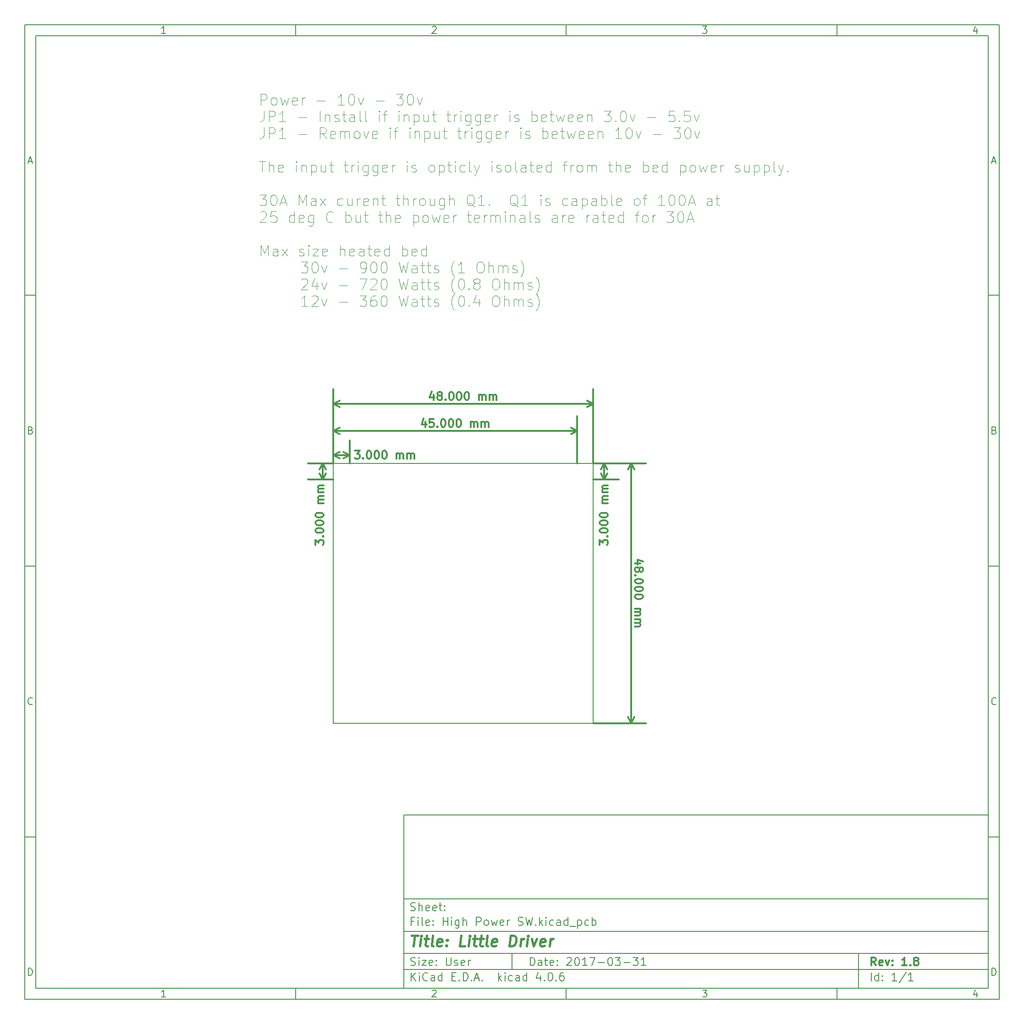
<source format=gbr>
G04 #@! TF.FileFunction,Drawing*
%FSLAX46Y46*%
G04 Gerber Fmt 4.6, Leading zero omitted, Abs format (unit mm)*
G04 Created by KiCad (PCBNEW 4.0.6) date 06/24/17 22:10:55*
%MOMM*%
%LPD*%
G01*
G04 APERTURE LIST*
%ADD10C,0.100000*%
%ADD11C,0.150000*%
%ADD12C,0.300000*%
%ADD13C,0.400000*%
G04 APERTURE END LIST*
D10*
D11*
X79999600Y-155999600D02*
X79999600Y-187999600D01*
X187999600Y-187999600D01*
X187999600Y-155999600D01*
X79999600Y-155999600D01*
D10*
D11*
X10000000Y-10000000D02*
X10000000Y-189999600D01*
X189999600Y-189999600D01*
X189999600Y-10000000D01*
X10000000Y-10000000D01*
D10*
D11*
X12000000Y-12000000D02*
X12000000Y-187999600D01*
X187999600Y-187999600D01*
X187999600Y-12000000D01*
X12000000Y-12000000D01*
D10*
D11*
X60000000Y-12000000D02*
X60000000Y-10000000D01*
D10*
D11*
X110000000Y-12000000D02*
X110000000Y-10000000D01*
D10*
D11*
X160000000Y-12000000D02*
X160000000Y-10000000D01*
D10*
D11*
X35990476Y-11588095D02*
X35247619Y-11588095D01*
X35619048Y-11588095D02*
X35619048Y-10288095D01*
X35495238Y-10473810D01*
X35371429Y-10597619D01*
X35247619Y-10659524D01*
D10*
D11*
X85247619Y-10411905D02*
X85309524Y-10350000D01*
X85433333Y-10288095D01*
X85742857Y-10288095D01*
X85866667Y-10350000D01*
X85928571Y-10411905D01*
X85990476Y-10535714D01*
X85990476Y-10659524D01*
X85928571Y-10845238D01*
X85185714Y-11588095D01*
X85990476Y-11588095D01*
D10*
D11*
X135185714Y-10288095D02*
X135990476Y-10288095D01*
X135557143Y-10783333D01*
X135742857Y-10783333D01*
X135866667Y-10845238D01*
X135928571Y-10907143D01*
X135990476Y-11030952D01*
X135990476Y-11340476D01*
X135928571Y-11464286D01*
X135866667Y-11526190D01*
X135742857Y-11588095D01*
X135371429Y-11588095D01*
X135247619Y-11526190D01*
X135185714Y-11464286D01*
D10*
D11*
X185866667Y-10721429D02*
X185866667Y-11588095D01*
X185557143Y-10226190D02*
X185247619Y-11154762D01*
X186052381Y-11154762D01*
D10*
D11*
X60000000Y-187999600D02*
X60000000Y-189999600D01*
D10*
D11*
X110000000Y-187999600D02*
X110000000Y-189999600D01*
D10*
D11*
X160000000Y-187999600D02*
X160000000Y-189999600D01*
D10*
D11*
X35990476Y-189587695D02*
X35247619Y-189587695D01*
X35619048Y-189587695D02*
X35619048Y-188287695D01*
X35495238Y-188473410D01*
X35371429Y-188597219D01*
X35247619Y-188659124D01*
D10*
D11*
X85247619Y-188411505D02*
X85309524Y-188349600D01*
X85433333Y-188287695D01*
X85742857Y-188287695D01*
X85866667Y-188349600D01*
X85928571Y-188411505D01*
X85990476Y-188535314D01*
X85990476Y-188659124D01*
X85928571Y-188844838D01*
X85185714Y-189587695D01*
X85990476Y-189587695D01*
D10*
D11*
X135185714Y-188287695D02*
X135990476Y-188287695D01*
X135557143Y-188782933D01*
X135742857Y-188782933D01*
X135866667Y-188844838D01*
X135928571Y-188906743D01*
X135990476Y-189030552D01*
X135990476Y-189340076D01*
X135928571Y-189463886D01*
X135866667Y-189525790D01*
X135742857Y-189587695D01*
X135371429Y-189587695D01*
X135247619Y-189525790D01*
X135185714Y-189463886D01*
D10*
D11*
X185866667Y-188721029D02*
X185866667Y-189587695D01*
X185557143Y-188225790D02*
X185247619Y-189154362D01*
X186052381Y-189154362D01*
D10*
D11*
X10000000Y-60000000D02*
X12000000Y-60000000D01*
D10*
D11*
X10000000Y-110000000D02*
X12000000Y-110000000D01*
D10*
D11*
X10000000Y-160000000D02*
X12000000Y-160000000D01*
D10*
D11*
X10690476Y-35216667D02*
X11309524Y-35216667D01*
X10566667Y-35588095D02*
X11000000Y-34288095D01*
X11433333Y-35588095D01*
D10*
D11*
X11092857Y-84907143D02*
X11278571Y-84969048D01*
X11340476Y-85030952D01*
X11402381Y-85154762D01*
X11402381Y-85340476D01*
X11340476Y-85464286D01*
X11278571Y-85526190D01*
X11154762Y-85588095D01*
X10659524Y-85588095D01*
X10659524Y-84288095D01*
X11092857Y-84288095D01*
X11216667Y-84350000D01*
X11278571Y-84411905D01*
X11340476Y-84535714D01*
X11340476Y-84659524D01*
X11278571Y-84783333D01*
X11216667Y-84845238D01*
X11092857Y-84907143D01*
X10659524Y-84907143D01*
D10*
D11*
X11402381Y-135464286D02*
X11340476Y-135526190D01*
X11154762Y-135588095D01*
X11030952Y-135588095D01*
X10845238Y-135526190D01*
X10721429Y-135402381D01*
X10659524Y-135278571D01*
X10597619Y-135030952D01*
X10597619Y-134845238D01*
X10659524Y-134597619D01*
X10721429Y-134473810D01*
X10845238Y-134350000D01*
X11030952Y-134288095D01*
X11154762Y-134288095D01*
X11340476Y-134350000D01*
X11402381Y-134411905D01*
D10*
D11*
X10659524Y-185588095D02*
X10659524Y-184288095D01*
X10969048Y-184288095D01*
X11154762Y-184350000D01*
X11278571Y-184473810D01*
X11340476Y-184597619D01*
X11402381Y-184845238D01*
X11402381Y-185030952D01*
X11340476Y-185278571D01*
X11278571Y-185402381D01*
X11154762Y-185526190D01*
X10969048Y-185588095D01*
X10659524Y-185588095D01*
D10*
D11*
X189999600Y-60000000D02*
X187999600Y-60000000D01*
D10*
D11*
X189999600Y-110000000D02*
X187999600Y-110000000D01*
D10*
D11*
X189999600Y-160000000D02*
X187999600Y-160000000D01*
D10*
D11*
X188690076Y-35216667D02*
X189309124Y-35216667D01*
X188566267Y-35588095D02*
X188999600Y-34288095D01*
X189432933Y-35588095D01*
D10*
D11*
X189092457Y-84907143D02*
X189278171Y-84969048D01*
X189340076Y-85030952D01*
X189401981Y-85154762D01*
X189401981Y-85340476D01*
X189340076Y-85464286D01*
X189278171Y-85526190D01*
X189154362Y-85588095D01*
X188659124Y-85588095D01*
X188659124Y-84288095D01*
X189092457Y-84288095D01*
X189216267Y-84350000D01*
X189278171Y-84411905D01*
X189340076Y-84535714D01*
X189340076Y-84659524D01*
X189278171Y-84783333D01*
X189216267Y-84845238D01*
X189092457Y-84907143D01*
X188659124Y-84907143D01*
D10*
D11*
X189401981Y-135464286D02*
X189340076Y-135526190D01*
X189154362Y-135588095D01*
X189030552Y-135588095D01*
X188844838Y-135526190D01*
X188721029Y-135402381D01*
X188659124Y-135278571D01*
X188597219Y-135030952D01*
X188597219Y-134845238D01*
X188659124Y-134597619D01*
X188721029Y-134473810D01*
X188844838Y-134350000D01*
X189030552Y-134288095D01*
X189154362Y-134288095D01*
X189340076Y-134350000D01*
X189401981Y-134411905D01*
D10*
D11*
X188659124Y-185588095D02*
X188659124Y-184288095D01*
X188968648Y-184288095D01*
X189154362Y-184350000D01*
X189278171Y-184473810D01*
X189340076Y-184597619D01*
X189401981Y-184845238D01*
X189401981Y-185030952D01*
X189340076Y-185278571D01*
X189278171Y-185402381D01*
X189154362Y-185526190D01*
X188968648Y-185588095D01*
X188659124Y-185588095D01*
D10*
D11*
X103356743Y-183778171D02*
X103356743Y-182278171D01*
X103713886Y-182278171D01*
X103928171Y-182349600D01*
X104071029Y-182492457D01*
X104142457Y-182635314D01*
X104213886Y-182921029D01*
X104213886Y-183135314D01*
X104142457Y-183421029D01*
X104071029Y-183563886D01*
X103928171Y-183706743D01*
X103713886Y-183778171D01*
X103356743Y-183778171D01*
X105499600Y-183778171D02*
X105499600Y-182992457D01*
X105428171Y-182849600D01*
X105285314Y-182778171D01*
X104999600Y-182778171D01*
X104856743Y-182849600D01*
X105499600Y-183706743D02*
X105356743Y-183778171D01*
X104999600Y-183778171D01*
X104856743Y-183706743D01*
X104785314Y-183563886D01*
X104785314Y-183421029D01*
X104856743Y-183278171D01*
X104999600Y-183206743D01*
X105356743Y-183206743D01*
X105499600Y-183135314D01*
X105999600Y-182778171D02*
X106571029Y-182778171D01*
X106213886Y-182278171D02*
X106213886Y-183563886D01*
X106285314Y-183706743D01*
X106428172Y-183778171D01*
X106571029Y-183778171D01*
X107642457Y-183706743D02*
X107499600Y-183778171D01*
X107213886Y-183778171D01*
X107071029Y-183706743D01*
X106999600Y-183563886D01*
X106999600Y-182992457D01*
X107071029Y-182849600D01*
X107213886Y-182778171D01*
X107499600Y-182778171D01*
X107642457Y-182849600D01*
X107713886Y-182992457D01*
X107713886Y-183135314D01*
X106999600Y-183278171D01*
X108356743Y-183635314D02*
X108428171Y-183706743D01*
X108356743Y-183778171D01*
X108285314Y-183706743D01*
X108356743Y-183635314D01*
X108356743Y-183778171D01*
X108356743Y-182849600D02*
X108428171Y-182921029D01*
X108356743Y-182992457D01*
X108285314Y-182921029D01*
X108356743Y-182849600D01*
X108356743Y-182992457D01*
X110142457Y-182421029D02*
X110213886Y-182349600D01*
X110356743Y-182278171D01*
X110713886Y-182278171D01*
X110856743Y-182349600D01*
X110928172Y-182421029D01*
X110999600Y-182563886D01*
X110999600Y-182706743D01*
X110928172Y-182921029D01*
X110071029Y-183778171D01*
X110999600Y-183778171D01*
X111928171Y-182278171D02*
X112071028Y-182278171D01*
X112213885Y-182349600D01*
X112285314Y-182421029D01*
X112356743Y-182563886D01*
X112428171Y-182849600D01*
X112428171Y-183206743D01*
X112356743Y-183492457D01*
X112285314Y-183635314D01*
X112213885Y-183706743D01*
X112071028Y-183778171D01*
X111928171Y-183778171D01*
X111785314Y-183706743D01*
X111713885Y-183635314D01*
X111642457Y-183492457D01*
X111571028Y-183206743D01*
X111571028Y-182849600D01*
X111642457Y-182563886D01*
X111713885Y-182421029D01*
X111785314Y-182349600D01*
X111928171Y-182278171D01*
X113856742Y-183778171D02*
X112999599Y-183778171D01*
X113428171Y-183778171D02*
X113428171Y-182278171D01*
X113285314Y-182492457D01*
X113142456Y-182635314D01*
X112999599Y-182706743D01*
X114356742Y-182278171D02*
X115356742Y-182278171D01*
X114713885Y-183778171D01*
X115928170Y-183206743D02*
X117071027Y-183206743D01*
X118071027Y-182278171D02*
X118213884Y-182278171D01*
X118356741Y-182349600D01*
X118428170Y-182421029D01*
X118499599Y-182563886D01*
X118571027Y-182849600D01*
X118571027Y-183206743D01*
X118499599Y-183492457D01*
X118428170Y-183635314D01*
X118356741Y-183706743D01*
X118213884Y-183778171D01*
X118071027Y-183778171D01*
X117928170Y-183706743D01*
X117856741Y-183635314D01*
X117785313Y-183492457D01*
X117713884Y-183206743D01*
X117713884Y-182849600D01*
X117785313Y-182563886D01*
X117856741Y-182421029D01*
X117928170Y-182349600D01*
X118071027Y-182278171D01*
X119071027Y-182278171D02*
X119999598Y-182278171D01*
X119499598Y-182849600D01*
X119713884Y-182849600D01*
X119856741Y-182921029D01*
X119928170Y-182992457D01*
X119999598Y-183135314D01*
X119999598Y-183492457D01*
X119928170Y-183635314D01*
X119856741Y-183706743D01*
X119713884Y-183778171D01*
X119285312Y-183778171D01*
X119142455Y-183706743D01*
X119071027Y-183635314D01*
X120642455Y-183206743D02*
X121785312Y-183206743D01*
X122356741Y-182278171D02*
X123285312Y-182278171D01*
X122785312Y-182849600D01*
X122999598Y-182849600D01*
X123142455Y-182921029D01*
X123213884Y-182992457D01*
X123285312Y-183135314D01*
X123285312Y-183492457D01*
X123213884Y-183635314D01*
X123142455Y-183706743D01*
X122999598Y-183778171D01*
X122571026Y-183778171D01*
X122428169Y-183706743D01*
X122356741Y-183635314D01*
X124713883Y-183778171D02*
X123856740Y-183778171D01*
X124285312Y-183778171D02*
X124285312Y-182278171D01*
X124142455Y-182492457D01*
X123999597Y-182635314D01*
X123856740Y-182706743D01*
D10*
D11*
X79999600Y-184499600D02*
X187999600Y-184499600D01*
D10*
D11*
X81356743Y-186578171D02*
X81356743Y-185078171D01*
X82213886Y-186578171D02*
X81571029Y-185721029D01*
X82213886Y-185078171D02*
X81356743Y-185935314D01*
X82856743Y-186578171D02*
X82856743Y-185578171D01*
X82856743Y-185078171D02*
X82785314Y-185149600D01*
X82856743Y-185221029D01*
X82928171Y-185149600D01*
X82856743Y-185078171D01*
X82856743Y-185221029D01*
X84428172Y-186435314D02*
X84356743Y-186506743D01*
X84142457Y-186578171D01*
X83999600Y-186578171D01*
X83785315Y-186506743D01*
X83642457Y-186363886D01*
X83571029Y-186221029D01*
X83499600Y-185935314D01*
X83499600Y-185721029D01*
X83571029Y-185435314D01*
X83642457Y-185292457D01*
X83785315Y-185149600D01*
X83999600Y-185078171D01*
X84142457Y-185078171D01*
X84356743Y-185149600D01*
X84428172Y-185221029D01*
X85713886Y-186578171D02*
X85713886Y-185792457D01*
X85642457Y-185649600D01*
X85499600Y-185578171D01*
X85213886Y-185578171D01*
X85071029Y-185649600D01*
X85713886Y-186506743D02*
X85571029Y-186578171D01*
X85213886Y-186578171D01*
X85071029Y-186506743D01*
X84999600Y-186363886D01*
X84999600Y-186221029D01*
X85071029Y-186078171D01*
X85213886Y-186006743D01*
X85571029Y-186006743D01*
X85713886Y-185935314D01*
X87071029Y-186578171D02*
X87071029Y-185078171D01*
X87071029Y-186506743D02*
X86928172Y-186578171D01*
X86642458Y-186578171D01*
X86499600Y-186506743D01*
X86428172Y-186435314D01*
X86356743Y-186292457D01*
X86356743Y-185863886D01*
X86428172Y-185721029D01*
X86499600Y-185649600D01*
X86642458Y-185578171D01*
X86928172Y-185578171D01*
X87071029Y-185649600D01*
X88928172Y-185792457D02*
X89428172Y-185792457D01*
X89642458Y-186578171D02*
X88928172Y-186578171D01*
X88928172Y-185078171D01*
X89642458Y-185078171D01*
X90285315Y-186435314D02*
X90356743Y-186506743D01*
X90285315Y-186578171D01*
X90213886Y-186506743D01*
X90285315Y-186435314D01*
X90285315Y-186578171D01*
X90999601Y-186578171D02*
X90999601Y-185078171D01*
X91356744Y-185078171D01*
X91571029Y-185149600D01*
X91713887Y-185292457D01*
X91785315Y-185435314D01*
X91856744Y-185721029D01*
X91856744Y-185935314D01*
X91785315Y-186221029D01*
X91713887Y-186363886D01*
X91571029Y-186506743D01*
X91356744Y-186578171D01*
X90999601Y-186578171D01*
X92499601Y-186435314D02*
X92571029Y-186506743D01*
X92499601Y-186578171D01*
X92428172Y-186506743D01*
X92499601Y-186435314D01*
X92499601Y-186578171D01*
X93142458Y-186149600D02*
X93856744Y-186149600D01*
X92999601Y-186578171D02*
X93499601Y-185078171D01*
X93999601Y-186578171D01*
X94499601Y-186435314D02*
X94571029Y-186506743D01*
X94499601Y-186578171D01*
X94428172Y-186506743D01*
X94499601Y-186435314D01*
X94499601Y-186578171D01*
X97499601Y-186578171D02*
X97499601Y-185078171D01*
X97642458Y-186006743D02*
X98071029Y-186578171D01*
X98071029Y-185578171D02*
X97499601Y-186149600D01*
X98713887Y-186578171D02*
X98713887Y-185578171D01*
X98713887Y-185078171D02*
X98642458Y-185149600D01*
X98713887Y-185221029D01*
X98785315Y-185149600D01*
X98713887Y-185078171D01*
X98713887Y-185221029D01*
X100071030Y-186506743D02*
X99928173Y-186578171D01*
X99642459Y-186578171D01*
X99499601Y-186506743D01*
X99428173Y-186435314D01*
X99356744Y-186292457D01*
X99356744Y-185863886D01*
X99428173Y-185721029D01*
X99499601Y-185649600D01*
X99642459Y-185578171D01*
X99928173Y-185578171D01*
X100071030Y-185649600D01*
X101356744Y-186578171D02*
X101356744Y-185792457D01*
X101285315Y-185649600D01*
X101142458Y-185578171D01*
X100856744Y-185578171D01*
X100713887Y-185649600D01*
X101356744Y-186506743D02*
X101213887Y-186578171D01*
X100856744Y-186578171D01*
X100713887Y-186506743D01*
X100642458Y-186363886D01*
X100642458Y-186221029D01*
X100713887Y-186078171D01*
X100856744Y-186006743D01*
X101213887Y-186006743D01*
X101356744Y-185935314D01*
X102713887Y-186578171D02*
X102713887Y-185078171D01*
X102713887Y-186506743D02*
X102571030Y-186578171D01*
X102285316Y-186578171D01*
X102142458Y-186506743D01*
X102071030Y-186435314D01*
X101999601Y-186292457D01*
X101999601Y-185863886D01*
X102071030Y-185721029D01*
X102142458Y-185649600D01*
X102285316Y-185578171D01*
X102571030Y-185578171D01*
X102713887Y-185649600D01*
X105213887Y-185578171D02*
X105213887Y-186578171D01*
X104856744Y-185006743D02*
X104499601Y-186078171D01*
X105428173Y-186078171D01*
X105999601Y-186435314D02*
X106071029Y-186506743D01*
X105999601Y-186578171D01*
X105928172Y-186506743D01*
X105999601Y-186435314D01*
X105999601Y-186578171D01*
X106999601Y-185078171D02*
X107142458Y-185078171D01*
X107285315Y-185149600D01*
X107356744Y-185221029D01*
X107428173Y-185363886D01*
X107499601Y-185649600D01*
X107499601Y-186006743D01*
X107428173Y-186292457D01*
X107356744Y-186435314D01*
X107285315Y-186506743D01*
X107142458Y-186578171D01*
X106999601Y-186578171D01*
X106856744Y-186506743D01*
X106785315Y-186435314D01*
X106713887Y-186292457D01*
X106642458Y-186006743D01*
X106642458Y-185649600D01*
X106713887Y-185363886D01*
X106785315Y-185221029D01*
X106856744Y-185149600D01*
X106999601Y-185078171D01*
X108142458Y-186435314D02*
X108213886Y-186506743D01*
X108142458Y-186578171D01*
X108071029Y-186506743D01*
X108142458Y-186435314D01*
X108142458Y-186578171D01*
X109499601Y-185078171D02*
X109213887Y-185078171D01*
X109071030Y-185149600D01*
X108999601Y-185221029D01*
X108856744Y-185435314D01*
X108785315Y-185721029D01*
X108785315Y-186292457D01*
X108856744Y-186435314D01*
X108928172Y-186506743D01*
X109071030Y-186578171D01*
X109356744Y-186578171D01*
X109499601Y-186506743D01*
X109571030Y-186435314D01*
X109642458Y-186292457D01*
X109642458Y-185935314D01*
X109571030Y-185792457D01*
X109499601Y-185721029D01*
X109356744Y-185649600D01*
X109071030Y-185649600D01*
X108928172Y-185721029D01*
X108856744Y-185792457D01*
X108785315Y-185935314D01*
D10*
D11*
X79999600Y-181499600D02*
X187999600Y-181499600D01*
D10*
D12*
X167213886Y-183778171D02*
X166713886Y-183063886D01*
X166356743Y-183778171D02*
X166356743Y-182278171D01*
X166928171Y-182278171D01*
X167071029Y-182349600D01*
X167142457Y-182421029D01*
X167213886Y-182563886D01*
X167213886Y-182778171D01*
X167142457Y-182921029D01*
X167071029Y-182992457D01*
X166928171Y-183063886D01*
X166356743Y-183063886D01*
X168428171Y-183706743D02*
X168285314Y-183778171D01*
X167999600Y-183778171D01*
X167856743Y-183706743D01*
X167785314Y-183563886D01*
X167785314Y-182992457D01*
X167856743Y-182849600D01*
X167999600Y-182778171D01*
X168285314Y-182778171D01*
X168428171Y-182849600D01*
X168499600Y-182992457D01*
X168499600Y-183135314D01*
X167785314Y-183278171D01*
X168999600Y-182778171D02*
X169356743Y-183778171D01*
X169713885Y-182778171D01*
X170285314Y-183635314D02*
X170356742Y-183706743D01*
X170285314Y-183778171D01*
X170213885Y-183706743D01*
X170285314Y-183635314D01*
X170285314Y-183778171D01*
X170285314Y-182849600D02*
X170356742Y-182921029D01*
X170285314Y-182992457D01*
X170213885Y-182921029D01*
X170285314Y-182849600D01*
X170285314Y-182992457D01*
X172928171Y-183778171D02*
X172071028Y-183778171D01*
X172499600Y-183778171D02*
X172499600Y-182278171D01*
X172356743Y-182492457D01*
X172213885Y-182635314D01*
X172071028Y-182706743D01*
X173571028Y-183635314D02*
X173642456Y-183706743D01*
X173571028Y-183778171D01*
X173499599Y-183706743D01*
X173571028Y-183635314D01*
X173571028Y-183778171D01*
X174499600Y-182921029D02*
X174356742Y-182849600D01*
X174285314Y-182778171D01*
X174213885Y-182635314D01*
X174213885Y-182563886D01*
X174285314Y-182421029D01*
X174356742Y-182349600D01*
X174499600Y-182278171D01*
X174785314Y-182278171D01*
X174928171Y-182349600D01*
X174999600Y-182421029D01*
X175071028Y-182563886D01*
X175071028Y-182635314D01*
X174999600Y-182778171D01*
X174928171Y-182849600D01*
X174785314Y-182921029D01*
X174499600Y-182921029D01*
X174356742Y-182992457D01*
X174285314Y-183063886D01*
X174213885Y-183206743D01*
X174213885Y-183492457D01*
X174285314Y-183635314D01*
X174356742Y-183706743D01*
X174499600Y-183778171D01*
X174785314Y-183778171D01*
X174928171Y-183706743D01*
X174999600Y-183635314D01*
X175071028Y-183492457D01*
X175071028Y-183206743D01*
X174999600Y-183063886D01*
X174928171Y-182992457D01*
X174785314Y-182921029D01*
D10*
D11*
X81285314Y-183706743D02*
X81499600Y-183778171D01*
X81856743Y-183778171D01*
X81999600Y-183706743D01*
X82071029Y-183635314D01*
X82142457Y-183492457D01*
X82142457Y-183349600D01*
X82071029Y-183206743D01*
X81999600Y-183135314D01*
X81856743Y-183063886D01*
X81571029Y-182992457D01*
X81428171Y-182921029D01*
X81356743Y-182849600D01*
X81285314Y-182706743D01*
X81285314Y-182563886D01*
X81356743Y-182421029D01*
X81428171Y-182349600D01*
X81571029Y-182278171D01*
X81928171Y-182278171D01*
X82142457Y-182349600D01*
X82785314Y-183778171D02*
X82785314Y-182778171D01*
X82785314Y-182278171D02*
X82713885Y-182349600D01*
X82785314Y-182421029D01*
X82856742Y-182349600D01*
X82785314Y-182278171D01*
X82785314Y-182421029D01*
X83356743Y-182778171D02*
X84142457Y-182778171D01*
X83356743Y-183778171D01*
X84142457Y-183778171D01*
X85285314Y-183706743D02*
X85142457Y-183778171D01*
X84856743Y-183778171D01*
X84713886Y-183706743D01*
X84642457Y-183563886D01*
X84642457Y-182992457D01*
X84713886Y-182849600D01*
X84856743Y-182778171D01*
X85142457Y-182778171D01*
X85285314Y-182849600D01*
X85356743Y-182992457D01*
X85356743Y-183135314D01*
X84642457Y-183278171D01*
X85999600Y-183635314D02*
X86071028Y-183706743D01*
X85999600Y-183778171D01*
X85928171Y-183706743D01*
X85999600Y-183635314D01*
X85999600Y-183778171D01*
X85999600Y-182849600D02*
X86071028Y-182921029D01*
X85999600Y-182992457D01*
X85928171Y-182921029D01*
X85999600Y-182849600D01*
X85999600Y-182992457D01*
X87856743Y-182278171D02*
X87856743Y-183492457D01*
X87928171Y-183635314D01*
X87999600Y-183706743D01*
X88142457Y-183778171D01*
X88428171Y-183778171D01*
X88571029Y-183706743D01*
X88642457Y-183635314D01*
X88713886Y-183492457D01*
X88713886Y-182278171D01*
X89356743Y-183706743D02*
X89499600Y-183778171D01*
X89785315Y-183778171D01*
X89928172Y-183706743D01*
X89999600Y-183563886D01*
X89999600Y-183492457D01*
X89928172Y-183349600D01*
X89785315Y-183278171D01*
X89571029Y-183278171D01*
X89428172Y-183206743D01*
X89356743Y-183063886D01*
X89356743Y-182992457D01*
X89428172Y-182849600D01*
X89571029Y-182778171D01*
X89785315Y-182778171D01*
X89928172Y-182849600D01*
X91213886Y-183706743D02*
X91071029Y-183778171D01*
X90785315Y-183778171D01*
X90642458Y-183706743D01*
X90571029Y-183563886D01*
X90571029Y-182992457D01*
X90642458Y-182849600D01*
X90785315Y-182778171D01*
X91071029Y-182778171D01*
X91213886Y-182849600D01*
X91285315Y-182992457D01*
X91285315Y-183135314D01*
X90571029Y-183278171D01*
X91928172Y-183778171D02*
X91928172Y-182778171D01*
X91928172Y-183063886D02*
X91999600Y-182921029D01*
X92071029Y-182849600D01*
X92213886Y-182778171D01*
X92356743Y-182778171D01*
D10*
D11*
X166356743Y-186578171D02*
X166356743Y-185078171D01*
X167713886Y-186578171D02*
X167713886Y-185078171D01*
X167713886Y-186506743D02*
X167571029Y-186578171D01*
X167285315Y-186578171D01*
X167142457Y-186506743D01*
X167071029Y-186435314D01*
X166999600Y-186292457D01*
X166999600Y-185863886D01*
X167071029Y-185721029D01*
X167142457Y-185649600D01*
X167285315Y-185578171D01*
X167571029Y-185578171D01*
X167713886Y-185649600D01*
X168428172Y-186435314D02*
X168499600Y-186506743D01*
X168428172Y-186578171D01*
X168356743Y-186506743D01*
X168428172Y-186435314D01*
X168428172Y-186578171D01*
X168428172Y-185649600D02*
X168499600Y-185721029D01*
X168428172Y-185792457D01*
X168356743Y-185721029D01*
X168428172Y-185649600D01*
X168428172Y-185792457D01*
X171071029Y-186578171D02*
X170213886Y-186578171D01*
X170642458Y-186578171D02*
X170642458Y-185078171D01*
X170499601Y-185292457D01*
X170356743Y-185435314D01*
X170213886Y-185506743D01*
X172785314Y-185006743D02*
X171499600Y-186935314D01*
X174071029Y-186578171D02*
X173213886Y-186578171D01*
X173642458Y-186578171D02*
X173642458Y-185078171D01*
X173499601Y-185292457D01*
X173356743Y-185435314D01*
X173213886Y-185506743D01*
D10*
D11*
X79999600Y-177499600D02*
X187999600Y-177499600D01*
D10*
D13*
X81451981Y-178204362D02*
X82594838Y-178204362D01*
X81773410Y-180204362D02*
X82023410Y-178204362D01*
X83011505Y-180204362D02*
X83178171Y-178871029D01*
X83261505Y-178204362D02*
X83154362Y-178299600D01*
X83237695Y-178394838D01*
X83344839Y-178299600D01*
X83261505Y-178204362D01*
X83237695Y-178394838D01*
X83844838Y-178871029D02*
X84606743Y-178871029D01*
X84213886Y-178204362D02*
X83999600Y-179918648D01*
X84071030Y-180109124D01*
X84249601Y-180204362D01*
X84440077Y-180204362D01*
X85392458Y-180204362D02*
X85213887Y-180109124D01*
X85142457Y-179918648D01*
X85356743Y-178204362D01*
X86928172Y-180109124D02*
X86725791Y-180204362D01*
X86344839Y-180204362D01*
X86166267Y-180109124D01*
X86094838Y-179918648D01*
X86190076Y-179156743D01*
X86309124Y-178966267D01*
X86511505Y-178871029D01*
X86892457Y-178871029D01*
X87071029Y-178966267D01*
X87142457Y-179156743D01*
X87118648Y-179347219D01*
X86142457Y-179537695D01*
X87892457Y-180013886D02*
X87975792Y-180109124D01*
X87868648Y-180204362D01*
X87785315Y-180109124D01*
X87892457Y-180013886D01*
X87868648Y-180204362D01*
X88023410Y-178966267D02*
X88106744Y-179061505D01*
X87999600Y-179156743D01*
X87916267Y-179061505D01*
X88023410Y-178966267D01*
X87999600Y-179156743D01*
X91297220Y-180204362D02*
X90344839Y-180204362D01*
X90594839Y-178204362D01*
X91963887Y-180204362D02*
X92130553Y-178871029D01*
X92213887Y-178204362D02*
X92106744Y-178299600D01*
X92190077Y-178394838D01*
X92297221Y-178299600D01*
X92213887Y-178204362D01*
X92190077Y-178394838D01*
X92797220Y-178871029D02*
X93559125Y-178871029D01*
X93166268Y-178204362D02*
X92951982Y-179918648D01*
X93023412Y-180109124D01*
X93201983Y-180204362D01*
X93392459Y-180204362D01*
X93940077Y-178871029D02*
X94701982Y-178871029D01*
X94309125Y-178204362D02*
X94094839Y-179918648D01*
X94166269Y-180109124D01*
X94344840Y-180204362D01*
X94535316Y-180204362D01*
X95487697Y-180204362D02*
X95309126Y-180109124D01*
X95237696Y-179918648D01*
X95451982Y-178204362D01*
X97023411Y-180109124D02*
X96821030Y-180204362D01*
X96440078Y-180204362D01*
X96261506Y-180109124D01*
X96190077Y-179918648D01*
X96285315Y-179156743D01*
X96404363Y-178966267D01*
X96606744Y-178871029D01*
X96987696Y-178871029D01*
X97166268Y-178966267D01*
X97237696Y-179156743D01*
X97213887Y-179347219D01*
X96237696Y-179537695D01*
X99487697Y-180204362D02*
X99737697Y-178204362D01*
X100213888Y-178204362D01*
X100487697Y-178299600D01*
X100654364Y-178490076D01*
X100725793Y-178680552D01*
X100773412Y-179061505D01*
X100737698Y-179347219D01*
X100594841Y-179728171D01*
X100475792Y-179918648D01*
X100261507Y-180109124D01*
X99963888Y-180204362D01*
X99487697Y-180204362D01*
X101487697Y-180204362D02*
X101654363Y-178871029D01*
X101606744Y-179251981D02*
X101725793Y-179061505D01*
X101832936Y-178966267D01*
X102035316Y-178871029D01*
X102225792Y-178871029D01*
X102725792Y-180204362D02*
X102892458Y-178871029D01*
X102975792Y-178204362D02*
X102868649Y-178299600D01*
X102951982Y-178394838D01*
X103059126Y-178299600D01*
X102975792Y-178204362D01*
X102951982Y-178394838D01*
X103654363Y-178871029D02*
X103963888Y-180204362D01*
X104606744Y-178871029D01*
X105975793Y-180109124D02*
X105773412Y-180204362D01*
X105392460Y-180204362D01*
X105213888Y-180109124D01*
X105142459Y-179918648D01*
X105237697Y-179156743D01*
X105356745Y-178966267D01*
X105559126Y-178871029D01*
X105940078Y-178871029D01*
X106118650Y-178966267D01*
X106190078Y-179156743D01*
X106166269Y-179347219D01*
X105190078Y-179537695D01*
X106916269Y-180204362D02*
X107082935Y-178871029D01*
X107035316Y-179251981D02*
X107154365Y-179061505D01*
X107261508Y-178966267D01*
X107463888Y-178871029D01*
X107654364Y-178871029D01*
D10*
D11*
X81856743Y-175592457D02*
X81356743Y-175592457D01*
X81356743Y-176378171D02*
X81356743Y-174878171D01*
X82071029Y-174878171D01*
X82642457Y-176378171D02*
X82642457Y-175378171D01*
X82642457Y-174878171D02*
X82571028Y-174949600D01*
X82642457Y-175021029D01*
X82713885Y-174949600D01*
X82642457Y-174878171D01*
X82642457Y-175021029D01*
X83571029Y-176378171D02*
X83428171Y-176306743D01*
X83356743Y-176163886D01*
X83356743Y-174878171D01*
X84713885Y-176306743D02*
X84571028Y-176378171D01*
X84285314Y-176378171D01*
X84142457Y-176306743D01*
X84071028Y-176163886D01*
X84071028Y-175592457D01*
X84142457Y-175449600D01*
X84285314Y-175378171D01*
X84571028Y-175378171D01*
X84713885Y-175449600D01*
X84785314Y-175592457D01*
X84785314Y-175735314D01*
X84071028Y-175878171D01*
X85428171Y-176235314D02*
X85499599Y-176306743D01*
X85428171Y-176378171D01*
X85356742Y-176306743D01*
X85428171Y-176235314D01*
X85428171Y-176378171D01*
X85428171Y-175449600D02*
X85499599Y-175521029D01*
X85428171Y-175592457D01*
X85356742Y-175521029D01*
X85428171Y-175449600D01*
X85428171Y-175592457D01*
X87285314Y-176378171D02*
X87285314Y-174878171D01*
X87285314Y-175592457D02*
X88142457Y-175592457D01*
X88142457Y-176378171D02*
X88142457Y-174878171D01*
X88856743Y-176378171D02*
X88856743Y-175378171D01*
X88856743Y-174878171D02*
X88785314Y-174949600D01*
X88856743Y-175021029D01*
X88928171Y-174949600D01*
X88856743Y-174878171D01*
X88856743Y-175021029D01*
X90213886Y-175378171D02*
X90213886Y-176592457D01*
X90142457Y-176735314D01*
X90071029Y-176806743D01*
X89928172Y-176878171D01*
X89713886Y-176878171D01*
X89571029Y-176806743D01*
X90213886Y-176306743D02*
X90071029Y-176378171D01*
X89785315Y-176378171D01*
X89642457Y-176306743D01*
X89571029Y-176235314D01*
X89499600Y-176092457D01*
X89499600Y-175663886D01*
X89571029Y-175521029D01*
X89642457Y-175449600D01*
X89785315Y-175378171D01*
X90071029Y-175378171D01*
X90213886Y-175449600D01*
X90928172Y-176378171D02*
X90928172Y-174878171D01*
X91571029Y-176378171D02*
X91571029Y-175592457D01*
X91499600Y-175449600D01*
X91356743Y-175378171D01*
X91142458Y-175378171D01*
X90999600Y-175449600D01*
X90928172Y-175521029D01*
X93428172Y-176378171D02*
X93428172Y-174878171D01*
X93999600Y-174878171D01*
X94142458Y-174949600D01*
X94213886Y-175021029D01*
X94285315Y-175163886D01*
X94285315Y-175378171D01*
X94213886Y-175521029D01*
X94142458Y-175592457D01*
X93999600Y-175663886D01*
X93428172Y-175663886D01*
X95142458Y-176378171D02*
X94999600Y-176306743D01*
X94928172Y-176235314D01*
X94856743Y-176092457D01*
X94856743Y-175663886D01*
X94928172Y-175521029D01*
X94999600Y-175449600D01*
X95142458Y-175378171D01*
X95356743Y-175378171D01*
X95499600Y-175449600D01*
X95571029Y-175521029D01*
X95642458Y-175663886D01*
X95642458Y-176092457D01*
X95571029Y-176235314D01*
X95499600Y-176306743D01*
X95356743Y-176378171D01*
X95142458Y-176378171D01*
X96142458Y-175378171D02*
X96428172Y-176378171D01*
X96713886Y-175663886D01*
X96999601Y-176378171D01*
X97285315Y-175378171D01*
X98428172Y-176306743D02*
X98285315Y-176378171D01*
X97999601Y-176378171D01*
X97856744Y-176306743D01*
X97785315Y-176163886D01*
X97785315Y-175592457D01*
X97856744Y-175449600D01*
X97999601Y-175378171D01*
X98285315Y-175378171D01*
X98428172Y-175449600D01*
X98499601Y-175592457D01*
X98499601Y-175735314D01*
X97785315Y-175878171D01*
X99142458Y-176378171D02*
X99142458Y-175378171D01*
X99142458Y-175663886D02*
X99213886Y-175521029D01*
X99285315Y-175449600D01*
X99428172Y-175378171D01*
X99571029Y-175378171D01*
X101142457Y-176306743D02*
X101356743Y-176378171D01*
X101713886Y-176378171D01*
X101856743Y-176306743D01*
X101928172Y-176235314D01*
X101999600Y-176092457D01*
X101999600Y-175949600D01*
X101928172Y-175806743D01*
X101856743Y-175735314D01*
X101713886Y-175663886D01*
X101428172Y-175592457D01*
X101285314Y-175521029D01*
X101213886Y-175449600D01*
X101142457Y-175306743D01*
X101142457Y-175163886D01*
X101213886Y-175021029D01*
X101285314Y-174949600D01*
X101428172Y-174878171D01*
X101785314Y-174878171D01*
X101999600Y-174949600D01*
X102499600Y-174878171D02*
X102856743Y-176378171D01*
X103142457Y-175306743D01*
X103428171Y-176378171D01*
X103785314Y-174878171D01*
X104356743Y-176235314D02*
X104428171Y-176306743D01*
X104356743Y-176378171D01*
X104285314Y-176306743D01*
X104356743Y-176235314D01*
X104356743Y-176378171D01*
X105071029Y-176378171D02*
X105071029Y-174878171D01*
X105213886Y-175806743D02*
X105642457Y-176378171D01*
X105642457Y-175378171D02*
X105071029Y-175949600D01*
X106285315Y-176378171D02*
X106285315Y-175378171D01*
X106285315Y-174878171D02*
X106213886Y-174949600D01*
X106285315Y-175021029D01*
X106356743Y-174949600D01*
X106285315Y-174878171D01*
X106285315Y-175021029D01*
X107642458Y-176306743D02*
X107499601Y-176378171D01*
X107213887Y-176378171D01*
X107071029Y-176306743D01*
X106999601Y-176235314D01*
X106928172Y-176092457D01*
X106928172Y-175663886D01*
X106999601Y-175521029D01*
X107071029Y-175449600D01*
X107213887Y-175378171D01*
X107499601Y-175378171D01*
X107642458Y-175449600D01*
X108928172Y-176378171D02*
X108928172Y-175592457D01*
X108856743Y-175449600D01*
X108713886Y-175378171D01*
X108428172Y-175378171D01*
X108285315Y-175449600D01*
X108928172Y-176306743D02*
X108785315Y-176378171D01*
X108428172Y-176378171D01*
X108285315Y-176306743D01*
X108213886Y-176163886D01*
X108213886Y-176021029D01*
X108285315Y-175878171D01*
X108428172Y-175806743D01*
X108785315Y-175806743D01*
X108928172Y-175735314D01*
X110285315Y-176378171D02*
X110285315Y-174878171D01*
X110285315Y-176306743D02*
X110142458Y-176378171D01*
X109856744Y-176378171D01*
X109713886Y-176306743D01*
X109642458Y-176235314D01*
X109571029Y-176092457D01*
X109571029Y-175663886D01*
X109642458Y-175521029D01*
X109713886Y-175449600D01*
X109856744Y-175378171D01*
X110142458Y-175378171D01*
X110285315Y-175449600D01*
X110642458Y-176521029D02*
X111785315Y-176521029D01*
X112142458Y-175378171D02*
X112142458Y-176878171D01*
X112142458Y-175449600D02*
X112285315Y-175378171D01*
X112571029Y-175378171D01*
X112713886Y-175449600D01*
X112785315Y-175521029D01*
X112856744Y-175663886D01*
X112856744Y-176092457D01*
X112785315Y-176235314D01*
X112713886Y-176306743D01*
X112571029Y-176378171D01*
X112285315Y-176378171D01*
X112142458Y-176306743D01*
X114142458Y-176306743D02*
X113999601Y-176378171D01*
X113713887Y-176378171D01*
X113571029Y-176306743D01*
X113499601Y-176235314D01*
X113428172Y-176092457D01*
X113428172Y-175663886D01*
X113499601Y-175521029D01*
X113571029Y-175449600D01*
X113713887Y-175378171D01*
X113999601Y-175378171D01*
X114142458Y-175449600D01*
X114785315Y-176378171D02*
X114785315Y-174878171D01*
X114785315Y-175449600D02*
X114928172Y-175378171D01*
X115213886Y-175378171D01*
X115356743Y-175449600D01*
X115428172Y-175521029D01*
X115499601Y-175663886D01*
X115499601Y-176092457D01*
X115428172Y-176235314D01*
X115356743Y-176306743D01*
X115213886Y-176378171D01*
X114928172Y-176378171D01*
X114785315Y-176306743D01*
D10*
D11*
X79999600Y-171499600D02*
X187999600Y-171499600D01*
D10*
D11*
X81285314Y-173606743D02*
X81499600Y-173678171D01*
X81856743Y-173678171D01*
X81999600Y-173606743D01*
X82071029Y-173535314D01*
X82142457Y-173392457D01*
X82142457Y-173249600D01*
X82071029Y-173106743D01*
X81999600Y-173035314D01*
X81856743Y-172963886D01*
X81571029Y-172892457D01*
X81428171Y-172821029D01*
X81356743Y-172749600D01*
X81285314Y-172606743D01*
X81285314Y-172463886D01*
X81356743Y-172321029D01*
X81428171Y-172249600D01*
X81571029Y-172178171D01*
X81928171Y-172178171D01*
X82142457Y-172249600D01*
X82785314Y-173678171D02*
X82785314Y-172178171D01*
X83428171Y-173678171D02*
X83428171Y-172892457D01*
X83356742Y-172749600D01*
X83213885Y-172678171D01*
X82999600Y-172678171D01*
X82856742Y-172749600D01*
X82785314Y-172821029D01*
X84713885Y-173606743D02*
X84571028Y-173678171D01*
X84285314Y-173678171D01*
X84142457Y-173606743D01*
X84071028Y-173463886D01*
X84071028Y-172892457D01*
X84142457Y-172749600D01*
X84285314Y-172678171D01*
X84571028Y-172678171D01*
X84713885Y-172749600D01*
X84785314Y-172892457D01*
X84785314Y-173035314D01*
X84071028Y-173178171D01*
X85999599Y-173606743D02*
X85856742Y-173678171D01*
X85571028Y-173678171D01*
X85428171Y-173606743D01*
X85356742Y-173463886D01*
X85356742Y-172892457D01*
X85428171Y-172749600D01*
X85571028Y-172678171D01*
X85856742Y-172678171D01*
X85999599Y-172749600D01*
X86071028Y-172892457D01*
X86071028Y-173035314D01*
X85356742Y-173178171D01*
X86499599Y-172678171D02*
X87071028Y-172678171D01*
X86713885Y-172178171D02*
X86713885Y-173463886D01*
X86785313Y-173606743D01*
X86928171Y-173678171D01*
X87071028Y-173678171D01*
X87571028Y-173535314D02*
X87642456Y-173606743D01*
X87571028Y-173678171D01*
X87499599Y-173606743D01*
X87571028Y-173535314D01*
X87571028Y-173678171D01*
X87571028Y-172749600D02*
X87642456Y-172821029D01*
X87571028Y-172892457D01*
X87499599Y-172821029D01*
X87571028Y-172749600D01*
X87571028Y-172892457D01*
D10*
D11*
X99999600Y-181499600D02*
X99999600Y-184499600D01*
D10*
D11*
X163999600Y-181499600D02*
X163999600Y-187999600D01*
D12*
X123671429Y-109500001D02*
X122671429Y-109500001D01*
X124242857Y-109142858D02*
X123171429Y-108785715D01*
X123171429Y-109714287D01*
X123528571Y-110500001D02*
X123600000Y-110357143D01*
X123671429Y-110285715D01*
X123814286Y-110214286D01*
X123885714Y-110214286D01*
X124028571Y-110285715D01*
X124100000Y-110357143D01*
X124171429Y-110500001D01*
X124171429Y-110785715D01*
X124100000Y-110928572D01*
X124028571Y-111000001D01*
X123885714Y-111071429D01*
X123814286Y-111071429D01*
X123671429Y-111000001D01*
X123600000Y-110928572D01*
X123528571Y-110785715D01*
X123528571Y-110500001D01*
X123457143Y-110357143D01*
X123385714Y-110285715D01*
X123242857Y-110214286D01*
X122957143Y-110214286D01*
X122814286Y-110285715D01*
X122742857Y-110357143D01*
X122671429Y-110500001D01*
X122671429Y-110785715D01*
X122742857Y-110928572D01*
X122814286Y-111000001D01*
X122957143Y-111071429D01*
X123242857Y-111071429D01*
X123385714Y-111000001D01*
X123457143Y-110928572D01*
X123528571Y-110785715D01*
X122814286Y-111714286D02*
X122742857Y-111785714D01*
X122671429Y-111714286D01*
X122742857Y-111642857D01*
X122814286Y-111714286D01*
X122671429Y-111714286D01*
X124171429Y-112714286D02*
X124171429Y-112857143D01*
X124100000Y-113000000D01*
X124028571Y-113071429D01*
X123885714Y-113142858D01*
X123600000Y-113214286D01*
X123242857Y-113214286D01*
X122957143Y-113142858D01*
X122814286Y-113071429D01*
X122742857Y-113000000D01*
X122671429Y-112857143D01*
X122671429Y-112714286D01*
X122742857Y-112571429D01*
X122814286Y-112500000D01*
X122957143Y-112428572D01*
X123242857Y-112357143D01*
X123600000Y-112357143D01*
X123885714Y-112428572D01*
X124028571Y-112500000D01*
X124100000Y-112571429D01*
X124171429Y-112714286D01*
X124171429Y-114142857D02*
X124171429Y-114285714D01*
X124100000Y-114428571D01*
X124028571Y-114500000D01*
X123885714Y-114571429D01*
X123600000Y-114642857D01*
X123242857Y-114642857D01*
X122957143Y-114571429D01*
X122814286Y-114500000D01*
X122742857Y-114428571D01*
X122671429Y-114285714D01*
X122671429Y-114142857D01*
X122742857Y-114000000D01*
X122814286Y-113928571D01*
X122957143Y-113857143D01*
X123242857Y-113785714D01*
X123600000Y-113785714D01*
X123885714Y-113857143D01*
X124028571Y-113928571D01*
X124100000Y-114000000D01*
X124171429Y-114142857D01*
X124171429Y-115571428D02*
X124171429Y-115714285D01*
X124100000Y-115857142D01*
X124028571Y-115928571D01*
X123885714Y-116000000D01*
X123600000Y-116071428D01*
X123242857Y-116071428D01*
X122957143Y-116000000D01*
X122814286Y-115928571D01*
X122742857Y-115857142D01*
X122671429Y-115714285D01*
X122671429Y-115571428D01*
X122742857Y-115428571D01*
X122814286Y-115357142D01*
X122957143Y-115285714D01*
X123242857Y-115214285D01*
X123600000Y-115214285D01*
X123885714Y-115285714D01*
X124028571Y-115357142D01*
X124100000Y-115428571D01*
X124171429Y-115571428D01*
X122671429Y-117857142D02*
X123671429Y-117857142D01*
X123528571Y-117857142D02*
X123600000Y-117928570D01*
X123671429Y-118071428D01*
X123671429Y-118285713D01*
X123600000Y-118428570D01*
X123457143Y-118499999D01*
X122671429Y-118499999D01*
X123457143Y-118499999D02*
X123600000Y-118571428D01*
X123671429Y-118714285D01*
X123671429Y-118928570D01*
X123600000Y-119071428D01*
X123457143Y-119142856D01*
X122671429Y-119142856D01*
X122671429Y-119857142D02*
X123671429Y-119857142D01*
X123528571Y-119857142D02*
X123600000Y-119928570D01*
X123671429Y-120071428D01*
X123671429Y-120285713D01*
X123600000Y-120428570D01*
X123457143Y-120499999D01*
X122671429Y-120499999D01*
X123457143Y-120499999D02*
X123600000Y-120571428D01*
X123671429Y-120714285D01*
X123671429Y-120928570D01*
X123600000Y-121071428D01*
X123457143Y-121142856D01*
X122671429Y-121142856D01*
X122000000Y-91000000D02*
X122000000Y-139000000D01*
X115000000Y-91000000D02*
X124700000Y-91000000D01*
X115000000Y-139000000D02*
X124700000Y-139000000D01*
X122000000Y-139000000D02*
X121413579Y-137873496D01*
X122000000Y-139000000D02*
X122586421Y-137873496D01*
X122000000Y-91000000D02*
X121413579Y-92126504D01*
X122000000Y-91000000D02*
X122586421Y-92126504D01*
X116178571Y-106071427D02*
X116178571Y-105142856D01*
X116750000Y-105642856D01*
X116750000Y-105428570D01*
X116821429Y-105285713D01*
X116892857Y-105214284D01*
X117035714Y-105142856D01*
X117392857Y-105142856D01*
X117535714Y-105214284D01*
X117607143Y-105285713D01*
X117678571Y-105428570D01*
X117678571Y-105857142D01*
X117607143Y-105999999D01*
X117535714Y-106071427D01*
X117535714Y-104499999D02*
X117607143Y-104428571D01*
X117678571Y-104499999D01*
X117607143Y-104571428D01*
X117535714Y-104499999D01*
X117678571Y-104499999D01*
X116178571Y-103499999D02*
X116178571Y-103357142D01*
X116250000Y-103214285D01*
X116321429Y-103142856D01*
X116464286Y-103071427D01*
X116750000Y-102999999D01*
X117107143Y-102999999D01*
X117392857Y-103071427D01*
X117535714Y-103142856D01*
X117607143Y-103214285D01*
X117678571Y-103357142D01*
X117678571Y-103499999D01*
X117607143Y-103642856D01*
X117535714Y-103714285D01*
X117392857Y-103785713D01*
X117107143Y-103857142D01*
X116750000Y-103857142D01*
X116464286Y-103785713D01*
X116321429Y-103714285D01*
X116250000Y-103642856D01*
X116178571Y-103499999D01*
X116178571Y-102071428D02*
X116178571Y-101928571D01*
X116250000Y-101785714D01*
X116321429Y-101714285D01*
X116464286Y-101642856D01*
X116750000Y-101571428D01*
X117107143Y-101571428D01*
X117392857Y-101642856D01*
X117535714Y-101714285D01*
X117607143Y-101785714D01*
X117678571Y-101928571D01*
X117678571Y-102071428D01*
X117607143Y-102214285D01*
X117535714Y-102285714D01*
X117392857Y-102357142D01*
X117107143Y-102428571D01*
X116750000Y-102428571D01*
X116464286Y-102357142D01*
X116321429Y-102285714D01*
X116250000Y-102214285D01*
X116178571Y-102071428D01*
X116178571Y-100642857D02*
X116178571Y-100500000D01*
X116250000Y-100357143D01*
X116321429Y-100285714D01*
X116464286Y-100214285D01*
X116750000Y-100142857D01*
X117107143Y-100142857D01*
X117392857Y-100214285D01*
X117535714Y-100285714D01*
X117607143Y-100357143D01*
X117678571Y-100500000D01*
X117678571Y-100642857D01*
X117607143Y-100785714D01*
X117535714Y-100857143D01*
X117392857Y-100928571D01*
X117107143Y-101000000D01*
X116750000Y-101000000D01*
X116464286Y-100928571D01*
X116321429Y-100857143D01*
X116250000Y-100785714D01*
X116178571Y-100642857D01*
X117678571Y-98357143D02*
X116678571Y-98357143D01*
X116821429Y-98357143D02*
X116750000Y-98285715D01*
X116678571Y-98142857D01*
X116678571Y-97928572D01*
X116750000Y-97785715D01*
X116892857Y-97714286D01*
X117678571Y-97714286D01*
X116892857Y-97714286D02*
X116750000Y-97642857D01*
X116678571Y-97500000D01*
X116678571Y-97285715D01*
X116750000Y-97142857D01*
X116892857Y-97071429D01*
X117678571Y-97071429D01*
X117678571Y-96357143D02*
X116678571Y-96357143D01*
X116821429Y-96357143D02*
X116750000Y-96285715D01*
X116678571Y-96142857D01*
X116678571Y-95928572D01*
X116750000Y-95785715D01*
X116892857Y-95714286D01*
X117678571Y-95714286D01*
X116892857Y-95714286D02*
X116750000Y-95642857D01*
X116678571Y-95500000D01*
X116678571Y-95285715D01*
X116750000Y-95142857D01*
X116892857Y-95071429D01*
X117678571Y-95071429D01*
X117000000Y-94000000D02*
X117000000Y-91000000D01*
X115000000Y-94000000D02*
X119700000Y-94000000D01*
X115000000Y-91000000D02*
X119700000Y-91000000D01*
X117000000Y-91000000D02*
X117586421Y-92126504D01*
X117000000Y-91000000D02*
X116413579Y-92126504D01*
X117000000Y-94000000D02*
X117586421Y-92873496D01*
X117000000Y-94000000D02*
X116413579Y-92873496D01*
X63678571Y-106071427D02*
X63678571Y-105142856D01*
X64250000Y-105642856D01*
X64250000Y-105428570D01*
X64321429Y-105285713D01*
X64392857Y-105214284D01*
X64535714Y-105142856D01*
X64892857Y-105142856D01*
X65035714Y-105214284D01*
X65107143Y-105285713D01*
X65178571Y-105428570D01*
X65178571Y-105857142D01*
X65107143Y-105999999D01*
X65035714Y-106071427D01*
X65035714Y-104499999D02*
X65107143Y-104428571D01*
X65178571Y-104499999D01*
X65107143Y-104571428D01*
X65035714Y-104499999D01*
X65178571Y-104499999D01*
X63678571Y-103499999D02*
X63678571Y-103357142D01*
X63750000Y-103214285D01*
X63821429Y-103142856D01*
X63964286Y-103071427D01*
X64250000Y-102999999D01*
X64607143Y-102999999D01*
X64892857Y-103071427D01*
X65035714Y-103142856D01*
X65107143Y-103214285D01*
X65178571Y-103357142D01*
X65178571Y-103499999D01*
X65107143Y-103642856D01*
X65035714Y-103714285D01*
X64892857Y-103785713D01*
X64607143Y-103857142D01*
X64250000Y-103857142D01*
X63964286Y-103785713D01*
X63821429Y-103714285D01*
X63750000Y-103642856D01*
X63678571Y-103499999D01*
X63678571Y-102071428D02*
X63678571Y-101928571D01*
X63750000Y-101785714D01*
X63821429Y-101714285D01*
X63964286Y-101642856D01*
X64250000Y-101571428D01*
X64607143Y-101571428D01*
X64892857Y-101642856D01*
X65035714Y-101714285D01*
X65107143Y-101785714D01*
X65178571Y-101928571D01*
X65178571Y-102071428D01*
X65107143Y-102214285D01*
X65035714Y-102285714D01*
X64892857Y-102357142D01*
X64607143Y-102428571D01*
X64250000Y-102428571D01*
X63964286Y-102357142D01*
X63821429Y-102285714D01*
X63750000Y-102214285D01*
X63678571Y-102071428D01*
X63678571Y-100642857D02*
X63678571Y-100500000D01*
X63750000Y-100357143D01*
X63821429Y-100285714D01*
X63964286Y-100214285D01*
X64250000Y-100142857D01*
X64607143Y-100142857D01*
X64892857Y-100214285D01*
X65035714Y-100285714D01*
X65107143Y-100357143D01*
X65178571Y-100500000D01*
X65178571Y-100642857D01*
X65107143Y-100785714D01*
X65035714Y-100857143D01*
X64892857Y-100928571D01*
X64607143Y-101000000D01*
X64250000Y-101000000D01*
X63964286Y-100928571D01*
X63821429Y-100857143D01*
X63750000Y-100785714D01*
X63678571Y-100642857D01*
X65178571Y-98357143D02*
X64178571Y-98357143D01*
X64321429Y-98357143D02*
X64250000Y-98285715D01*
X64178571Y-98142857D01*
X64178571Y-97928572D01*
X64250000Y-97785715D01*
X64392857Y-97714286D01*
X65178571Y-97714286D01*
X64392857Y-97714286D02*
X64250000Y-97642857D01*
X64178571Y-97500000D01*
X64178571Y-97285715D01*
X64250000Y-97142857D01*
X64392857Y-97071429D01*
X65178571Y-97071429D01*
X65178571Y-96357143D02*
X64178571Y-96357143D01*
X64321429Y-96357143D02*
X64250000Y-96285715D01*
X64178571Y-96142857D01*
X64178571Y-95928572D01*
X64250000Y-95785715D01*
X64392857Y-95714286D01*
X65178571Y-95714286D01*
X64392857Y-95714286D02*
X64250000Y-95642857D01*
X64178571Y-95500000D01*
X64178571Y-95285715D01*
X64250000Y-95142857D01*
X64392857Y-95071429D01*
X65178571Y-95071429D01*
X65000000Y-94000000D02*
X65000000Y-91000000D01*
X67000000Y-94000000D02*
X62300000Y-94000000D01*
X67000000Y-91000000D02*
X62300000Y-91000000D01*
X65000000Y-91000000D02*
X65586421Y-92126504D01*
X65000000Y-91000000D02*
X64413579Y-92126504D01*
X65000000Y-94000000D02*
X65586421Y-92873496D01*
X65000000Y-94000000D02*
X64413579Y-92873496D01*
X85500001Y-78328571D02*
X85500001Y-79328571D01*
X85142858Y-77757143D02*
X84785715Y-78828571D01*
X85714287Y-78828571D01*
X86500001Y-78471429D02*
X86357143Y-78400000D01*
X86285715Y-78328571D01*
X86214286Y-78185714D01*
X86214286Y-78114286D01*
X86285715Y-77971429D01*
X86357143Y-77900000D01*
X86500001Y-77828571D01*
X86785715Y-77828571D01*
X86928572Y-77900000D01*
X87000001Y-77971429D01*
X87071429Y-78114286D01*
X87071429Y-78185714D01*
X87000001Y-78328571D01*
X86928572Y-78400000D01*
X86785715Y-78471429D01*
X86500001Y-78471429D01*
X86357143Y-78542857D01*
X86285715Y-78614286D01*
X86214286Y-78757143D01*
X86214286Y-79042857D01*
X86285715Y-79185714D01*
X86357143Y-79257143D01*
X86500001Y-79328571D01*
X86785715Y-79328571D01*
X86928572Y-79257143D01*
X87000001Y-79185714D01*
X87071429Y-79042857D01*
X87071429Y-78757143D01*
X87000001Y-78614286D01*
X86928572Y-78542857D01*
X86785715Y-78471429D01*
X87714286Y-79185714D02*
X87785714Y-79257143D01*
X87714286Y-79328571D01*
X87642857Y-79257143D01*
X87714286Y-79185714D01*
X87714286Y-79328571D01*
X88714286Y-77828571D02*
X88857143Y-77828571D01*
X89000000Y-77900000D01*
X89071429Y-77971429D01*
X89142858Y-78114286D01*
X89214286Y-78400000D01*
X89214286Y-78757143D01*
X89142858Y-79042857D01*
X89071429Y-79185714D01*
X89000000Y-79257143D01*
X88857143Y-79328571D01*
X88714286Y-79328571D01*
X88571429Y-79257143D01*
X88500000Y-79185714D01*
X88428572Y-79042857D01*
X88357143Y-78757143D01*
X88357143Y-78400000D01*
X88428572Y-78114286D01*
X88500000Y-77971429D01*
X88571429Y-77900000D01*
X88714286Y-77828571D01*
X90142857Y-77828571D02*
X90285714Y-77828571D01*
X90428571Y-77900000D01*
X90500000Y-77971429D01*
X90571429Y-78114286D01*
X90642857Y-78400000D01*
X90642857Y-78757143D01*
X90571429Y-79042857D01*
X90500000Y-79185714D01*
X90428571Y-79257143D01*
X90285714Y-79328571D01*
X90142857Y-79328571D01*
X90000000Y-79257143D01*
X89928571Y-79185714D01*
X89857143Y-79042857D01*
X89785714Y-78757143D01*
X89785714Y-78400000D01*
X89857143Y-78114286D01*
X89928571Y-77971429D01*
X90000000Y-77900000D01*
X90142857Y-77828571D01*
X91571428Y-77828571D02*
X91714285Y-77828571D01*
X91857142Y-77900000D01*
X91928571Y-77971429D01*
X92000000Y-78114286D01*
X92071428Y-78400000D01*
X92071428Y-78757143D01*
X92000000Y-79042857D01*
X91928571Y-79185714D01*
X91857142Y-79257143D01*
X91714285Y-79328571D01*
X91571428Y-79328571D01*
X91428571Y-79257143D01*
X91357142Y-79185714D01*
X91285714Y-79042857D01*
X91214285Y-78757143D01*
X91214285Y-78400000D01*
X91285714Y-78114286D01*
X91357142Y-77971429D01*
X91428571Y-77900000D01*
X91571428Y-77828571D01*
X93857142Y-79328571D02*
X93857142Y-78328571D01*
X93857142Y-78471429D02*
X93928570Y-78400000D01*
X94071428Y-78328571D01*
X94285713Y-78328571D01*
X94428570Y-78400000D01*
X94499999Y-78542857D01*
X94499999Y-79328571D01*
X94499999Y-78542857D02*
X94571428Y-78400000D01*
X94714285Y-78328571D01*
X94928570Y-78328571D01*
X95071428Y-78400000D01*
X95142856Y-78542857D01*
X95142856Y-79328571D01*
X95857142Y-79328571D02*
X95857142Y-78328571D01*
X95857142Y-78471429D02*
X95928570Y-78400000D01*
X96071428Y-78328571D01*
X96285713Y-78328571D01*
X96428570Y-78400000D01*
X96499999Y-78542857D01*
X96499999Y-79328571D01*
X96499999Y-78542857D02*
X96571428Y-78400000D01*
X96714285Y-78328571D01*
X96928570Y-78328571D01*
X97071428Y-78400000D01*
X97142856Y-78542857D01*
X97142856Y-79328571D01*
X67000000Y-80000000D02*
X115000000Y-80000000D01*
X67000000Y-91000000D02*
X67000000Y-77300000D01*
X115000000Y-91000000D02*
X115000000Y-77300000D01*
X115000000Y-80000000D02*
X113873496Y-80586421D01*
X115000000Y-80000000D02*
X113873496Y-79413579D01*
X67000000Y-80000000D02*
X68126504Y-80586421D01*
X67000000Y-80000000D02*
X68126504Y-79413579D01*
X84000001Y-83328571D02*
X84000001Y-84328571D01*
X83642858Y-82757143D02*
X83285715Y-83828571D01*
X84214287Y-83828571D01*
X85500001Y-82828571D02*
X84785715Y-82828571D01*
X84714286Y-83542857D01*
X84785715Y-83471429D01*
X84928572Y-83400000D01*
X85285715Y-83400000D01*
X85428572Y-83471429D01*
X85500001Y-83542857D01*
X85571429Y-83685714D01*
X85571429Y-84042857D01*
X85500001Y-84185714D01*
X85428572Y-84257143D01*
X85285715Y-84328571D01*
X84928572Y-84328571D01*
X84785715Y-84257143D01*
X84714286Y-84185714D01*
X86214286Y-84185714D02*
X86285714Y-84257143D01*
X86214286Y-84328571D01*
X86142857Y-84257143D01*
X86214286Y-84185714D01*
X86214286Y-84328571D01*
X87214286Y-82828571D02*
X87357143Y-82828571D01*
X87500000Y-82900000D01*
X87571429Y-82971429D01*
X87642858Y-83114286D01*
X87714286Y-83400000D01*
X87714286Y-83757143D01*
X87642858Y-84042857D01*
X87571429Y-84185714D01*
X87500000Y-84257143D01*
X87357143Y-84328571D01*
X87214286Y-84328571D01*
X87071429Y-84257143D01*
X87000000Y-84185714D01*
X86928572Y-84042857D01*
X86857143Y-83757143D01*
X86857143Y-83400000D01*
X86928572Y-83114286D01*
X87000000Y-82971429D01*
X87071429Y-82900000D01*
X87214286Y-82828571D01*
X88642857Y-82828571D02*
X88785714Y-82828571D01*
X88928571Y-82900000D01*
X89000000Y-82971429D01*
X89071429Y-83114286D01*
X89142857Y-83400000D01*
X89142857Y-83757143D01*
X89071429Y-84042857D01*
X89000000Y-84185714D01*
X88928571Y-84257143D01*
X88785714Y-84328571D01*
X88642857Y-84328571D01*
X88500000Y-84257143D01*
X88428571Y-84185714D01*
X88357143Y-84042857D01*
X88285714Y-83757143D01*
X88285714Y-83400000D01*
X88357143Y-83114286D01*
X88428571Y-82971429D01*
X88500000Y-82900000D01*
X88642857Y-82828571D01*
X90071428Y-82828571D02*
X90214285Y-82828571D01*
X90357142Y-82900000D01*
X90428571Y-82971429D01*
X90500000Y-83114286D01*
X90571428Y-83400000D01*
X90571428Y-83757143D01*
X90500000Y-84042857D01*
X90428571Y-84185714D01*
X90357142Y-84257143D01*
X90214285Y-84328571D01*
X90071428Y-84328571D01*
X89928571Y-84257143D01*
X89857142Y-84185714D01*
X89785714Y-84042857D01*
X89714285Y-83757143D01*
X89714285Y-83400000D01*
X89785714Y-83114286D01*
X89857142Y-82971429D01*
X89928571Y-82900000D01*
X90071428Y-82828571D01*
X92357142Y-84328571D02*
X92357142Y-83328571D01*
X92357142Y-83471429D02*
X92428570Y-83400000D01*
X92571428Y-83328571D01*
X92785713Y-83328571D01*
X92928570Y-83400000D01*
X92999999Y-83542857D01*
X92999999Y-84328571D01*
X92999999Y-83542857D02*
X93071428Y-83400000D01*
X93214285Y-83328571D01*
X93428570Y-83328571D01*
X93571428Y-83400000D01*
X93642856Y-83542857D01*
X93642856Y-84328571D01*
X94357142Y-84328571D02*
X94357142Y-83328571D01*
X94357142Y-83471429D02*
X94428570Y-83400000D01*
X94571428Y-83328571D01*
X94785713Y-83328571D01*
X94928570Y-83400000D01*
X94999999Y-83542857D01*
X94999999Y-84328571D01*
X94999999Y-83542857D02*
X95071428Y-83400000D01*
X95214285Y-83328571D01*
X95428570Y-83328571D01*
X95571428Y-83400000D01*
X95642856Y-83542857D01*
X95642856Y-84328571D01*
X67000000Y-85000000D02*
X112000000Y-85000000D01*
X67000000Y-91000000D02*
X67000000Y-82300000D01*
X112000000Y-91000000D02*
X112000000Y-82300000D01*
X112000000Y-85000000D02*
X110873496Y-85586421D01*
X112000000Y-85000000D02*
X110873496Y-84413579D01*
X67000000Y-85000000D02*
X68126504Y-85586421D01*
X67000000Y-85000000D02*
X68126504Y-84413579D01*
X70928573Y-88678571D02*
X71857144Y-88678571D01*
X71357144Y-89250000D01*
X71571430Y-89250000D01*
X71714287Y-89321429D01*
X71785716Y-89392857D01*
X71857144Y-89535714D01*
X71857144Y-89892857D01*
X71785716Y-90035714D01*
X71714287Y-90107143D01*
X71571430Y-90178571D01*
X71142858Y-90178571D01*
X71000001Y-90107143D01*
X70928573Y-90035714D01*
X72500001Y-90035714D02*
X72571429Y-90107143D01*
X72500001Y-90178571D01*
X72428572Y-90107143D01*
X72500001Y-90035714D01*
X72500001Y-90178571D01*
X73500001Y-88678571D02*
X73642858Y-88678571D01*
X73785715Y-88750000D01*
X73857144Y-88821429D01*
X73928573Y-88964286D01*
X74000001Y-89250000D01*
X74000001Y-89607143D01*
X73928573Y-89892857D01*
X73857144Y-90035714D01*
X73785715Y-90107143D01*
X73642858Y-90178571D01*
X73500001Y-90178571D01*
X73357144Y-90107143D01*
X73285715Y-90035714D01*
X73214287Y-89892857D01*
X73142858Y-89607143D01*
X73142858Y-89250000D01*
X73214287Y-88964286D01*
X73285715Y-88821429D01*
X73357144Y-88750000D01*
X73500001Y-88678571D01*
X74928572Y-88678571D02*
X75071429Y-88678571D01*
X75214286Y-88750000D01*
X75285715Y-88821429D01*
X75357144Y-88964286D01*
X75428572Y-89250000D01*
X75428572Y-89607143D01*
X75357144Y-89892857D01*
X75285715Y-90035714D01*
X75214286Y-90107143D01*
X75071429Y-90178571D01*
X74928572Y-90178571D01*
X74785715Y-90107143D01*
X74714286Y-90035714D01*
X74642858Y-89892857D01*
X74571429Y-89607143D01*
X74571429Y-89250000D01*
X74642858Y-88964286D01*
X74714286Y-88821429D01*
X74785715Y-88750000D01*
X74928572Y-88678571D01*
X76357143Y-88678571D02*
X76500000Y-88678571D01*
X76642857Y-88750000D01*
X76714286Y-88821429D01*
X76785715Y-88964286D01*
X76857143Y-89250000D01*
X76857143Y-89607143D01*
X76785715Y-89892857D01*
X76714286Y-90035714D01*
X76642857Y-90107143D01*
X76500000Y-90178571D01*
X76357143Y-90178571D01*
X76214286Y-90107143D01*
X76142857Y-90035714D01*
X76071429Y-89892857D01*
X76000000Y-89607143D01*
X76000000Y-89250000D01*
X76071429Y-88964286D01*
X76142857Y-88821429D01*
X76214286Y-88750000D01*
X76357143Y-88678571D01*
X78642857Y-90178571D02*
X78642857Y-89178571D01*
X78642857Y-89321429D02*
X78714285Y-89250000D01*
X78857143Y-89178571D01*
X79071428Y-89178571D01*
X79214285Y-89250000D01*
X79285714Y-89392857D01*
X79285714Y-90178571D01*
X79285714Y-89392857D02*
X79357143Y-89250000D01*
X79500000Y-89178571D01*
X79714285Y-89178571D01*
X79857143Y-89250000D01*
X79928571Y-89392857D01*
X79928571Y-90178571D01*
X80642857Y-90178571D02*
X80642857Y-89178571D01*
X80642857Y-89321429D02*
X80714285Y-89250000D01*
X80857143Y-89178571D01*
X81071428Y-89178571D01*
X81214285Y-89250000D01*
X81285714Y-89392857D01*
X81285714Y-90178571D01*
X81285714Y-89392857D02*
X81357143Y-89250000D01*
X81500000Y-89178571D01*
X81714285Y-89178571D01*
X81857143Y-89250000D01*
X81928571Y-89392857D01*
X81928571Y-90178571D01*
X67000000Y-89500000D02*
X70000000Y-89500000D01*
X67000000Y-91000000D02*
X67000000Y-86800000D01*
X70000000Y-91000000D02*
X70000000Y-86800000D01*
X70000000Y-89500000D02*
X68873496Y-90086421D01*
X70000000Y-89500000D02*
X68873496Y-88913579D01*
X67000000Y-89500000D02*
X68126504Y-90086421D01*
X67000000Y-89500000D02*
X68126504Y-88913579D01*
D11*
X115000000Y-91000000D02*
X115000000Y-139000000D01*
X67000000Y-91000000D02*
X115000000Y-91000000D01*
X67000000Y-139000000D02*
X67000000Y-91000000D01*
X67000000Y-139000000D02*
X115000000Y-139000000D01*
D10*
X53576190Y-24804762D02*
X53576190Y-22804762D01*
X54338095Y-22804762D01*
X54528571Y-22900000D01*
X54623810Y-22995238D01*
X54719048Y-23185714D01*
X54719048Y-23471429D01*
X54623810Y-23661905D01*
X54528571Y-23757143D01*
X54338095Y-23852381D01*
X53576190Y-23852381D01*
X55861905Y-24804762D02*
X55671429Y-24709524D01*
X55576190Y-24614286D01*
X55480952Y-24423810D01*
X55480952Y-23852381D01*
X55576190Y-23661905D01*
X55671429Y-23566667D01*
X55861905Y-23471429D01*
X56147619Y-23471429D01*
X56338095Y-23566667D01*
X56433333Y-23661905D01*
X56528571Y-23852381D01*
X56528571Y-24423810D01*
X56433333Y-24614286D01*
X56338095Y-24709524D01*
X56147619Y-24804762D01*
X55861905Y-24804762D01*
X57195238Y-23471429D02*
X57576191Y-24804762D01*
X57957143Y-23852381D01*
X58338095Y-24804762D01*
X58719048Y-23471429D01*
X60242857Y-24709524D02*
X60052381Y-24804762D01*
X59671429Y-24804762D01*
X59480952Y-24709524D01*
X59385714Y-24519048D01*
X59385714Y-23757143D01*
X59480952Y-23566667D01*
X59671429Y-23471429D01*
X60052381Y-23471429D01*
X60242857Y-23566667D01*
X60338095Y-23757143D01*
X60338095Y-23947619D01*
X59385714Y-24138095D01*
X61195238Y-24804762D02*
X61195238Y-23471429D01*
X61195238Y-23852381D02*
X61290477Y-23661905D01*
X61385715Y-23566667D01*
X61576191Y-23471429D01*
X61766667Y-23471429D01*
X63957143Y-24042857D02*
X65480953Y-24042857D01*
X69004763Y-24804762D02*
X67861905Y-24804762D01*
X68433334Y-24804762D02*
X68433334Y-22804762D01*
X68242858Y-23090476D01*
X68052382Y-23280952D01*
X67861905Y-23376190D01*
X70242858Y-22804762D02*
X70433334Y-22804762D01*
X70623810Y-22900000D01*
X70719048Y-22995238D01*
X70814286Y-23185714D01*
X70909525Y-23566667D01*
X70909525Y-24042857D01*
X70814286Y-24423810D01*
X70719048Y-24614286D01*
X70623810Y-24709524D01*
X70433334Y-24804762D01*
X70242858Y-24804762D01*
X70052382Y-24709524D01*
X69957144Y-24614286D01*
X69861905Y-24423810D01*
X69766667Y-24042857D01*
X69766667Y-23566667D01*
X69861905Y-23185714D01*
X69957144Y-22995238D01*
X70052382Y-22900000D01*
X70242858Y-22804762D01*
X71576191Y-23471429D02*
X72052382Y-24804762D01*
X72528572Y-23471429D01*
X74814287Y-24042857D02*
X76338097Y-24042857D01*
X78623811Y-22804762D02*
X79861907Y-22804762D01*
X79195240Y-23566667D01*
X79480954Y-23566667D01*
X79671430Y-23661905D01*
X79766668Y-23757143D01*
X79861907Y-23947619D01*
X79861907Y-24423810D01*
X79766668Y-24614286D01*
X79671430Y-24709524D01*
X79480954Y-24804762D01*
X78909526Y-24804762D01*
X78719049Y-24709524D01*
X78623811Y-24614286D01*
X81100002Y-22804762D02*
X81290478Y-22804762D01*
X81480954Y-22900000D01*
X81576192Y-22995238D01*
X81671430Y-23185714D01*
X81766669Y-23566667D01*
X81766669Y-24042857D01*
X81671430Y-24423810D01*
X81576192Y-24614286D01*
X81480954Y-24709524D01*
X81290478Y-24804762D01*
X81100002Y-24804762D01*
X80909526Y-24709524D01*
X80814288Y-24614286D01*
X80719049Y-24423810D01*
X80623811Y-24042857D01*
X80623811Y-23566667D01*
X80719049Y-23185714D01*
X80814288Y-22995238D01*
X80909526Y-22900000D01*
X81100002Y-22804762D01*
X82433335Y-23471429D02*
X82909526Y-24804762D01*
X83385716Y-23471429D01*
X54147619Y-25904762D02*
X54147619Y-27333333D01*
X54052381Y-27619048D01*
X53861905Y-27809524D01*
X53576190Y-27904762D01*
X53385714Y-27904762D01*
X55100000Y-27904762D02*
X55100000Y-25904762D01*
X55861905Y-25904762D01*
X56052381Y-26000000D01*
X56147620Y-26095238D01*
X56242858Y-26285714D01*
X56242858Y-26571429D01*
X56147620Y-26761905D01*
X56052381Y-26857143D01*
X55861905Y-26952381D01*
X55100000Y-26952381D01*
X58147620Y-27904762D02*
X57004762Y-27904762D01*
X57576191Y-27904762D02*
X57576191Y-25904762D01*
X57385715Y-26190476D01*
X57195239Y-26380952D01*
X57004762Y-26476190D01*
X60528572Y-27142857D02*
X62052382Y-27142857D01*
X64528572Y-27904762D02*
X64528572Y-25904762D01*
X65480953Y-26571429D02*
X65480953Y-27904762D01*
X65480953Y-26761905D02*
X65576192Y-26666667D01*
X65766668Y-26571429D01*
X66052382Y-26571429D01*
X66242858Y-26666667D01*
X66338096Y-26857143D01*
X66338096Y-27904762D01*
X67195239Y-27809524D02*
X67385716Y-27904762D01*
X67766668Y-27904762D01*
X67957144Y-27809524D01*
X68052382Y-27619048D01*
X68052382Y-27523810D01*
X67957144Y-27333333D01*
X67766668Y-27238095D01*
X67480954Y-27238095D01*
X67290477Y-27142857D01*
X67195239Y-26952381D01*
X67195239Y-26857143D01*
X67290477Y-26666667D01*
X67480954Y-26571429D01*
X67766668Y-26571429D01*
X67957144Y-26666667D01*
X68623811Y-26571429D02*
X69385716Y-26571429D01*
X68909525Y-25904762D02*
X68909525Y-27619048D01*
X69004764Y-27809524D01*
X69195240Y-27904762D01*
X69385716Y-27904762D01*
X70909525Y-27904762D02*
X70909525Y-26857143D01*
X70814287Y-26666667D01*
X70623811Y-26571429D01*
X70242859Y-26571429D01*
X70052382Y-26666667D01*
X70909525Y-27809524D02*
X70719049Y-27904762D01*
X70242859Y-27904762D01*
X70052382Y-27809524D01*
X69957144Y-27619048D01*
X69957144Y-27428571D01*
X70052382Y-27238095D01*
X70242859Y-27142857D01*
X70719049Y-27142857D01*
X70909525Y-27047619D01*
X72147621Y-27904762D02*
X71957145Y-27809524D01*
X71861906Y-27619048D01*
X71861906Y-25904762D01*
X73195240Y-27904762D02*
X73004764Y-27809524D01*
X72909525Y-27619048D01*
X72909525Y-25904762D01*
X75480954Y-27904762D02*
X75480954Y-26571429D01*
X75480954Y-25904762D02*
X75385716Y-26000000D01*
X75480954Y-26095238D01*
X75576193Y-26000000D01*
X75480954Y-25904762D01*
X75480954Y-26095238D01*
X76147621Y-26571429D02*
X76909526Y-26571429D01*
X76433335Y-27904762D02*
X76433335Y-26190476D01*
X76528574Y-26000000D01*
X76719050Y-25904762D01*
X76909526Y-25904762D01*
X79100002Y-27904762D02*
X79100002Y-26571429D01*
X79100002Y-25904762D02*
X79004764Y-26000000D01*
X79100002Y-26095238D01*
X79195241Y-26000000D01*
X79100002Y-25904762D01*
X79100002Y-26095238D01*
X80052383Y-26571429D02*
X80052383Y-27904762D01*
X80052383Y-26761905D02*
X80147622Y-26666667D01*
X80338098Y-26571429D01*
X80623812Y-26571429D01*
X80814288Y-26666667D01*
X80909526Y-26857143D01*
X80909526Y-27904762D01*
X81861907Y-26571429D02*
X81861907Y-28571429D01*
X81861907Y-26666667D02*
X82052384Y-26571429D01*
X82433336Y-26571429D01*
X82623812Y-26666667D01*
X82719050Y-26761905D01*
X82814288Y-26952381D01*
X82814288Y-27523810D01*
X82719050Y-27714286D01*
X82623812Y-27809524D01*
X82433336Y-27904762D01*
X82052384Y-27904762D01*
X81861907Y-27809524D01*
X84528574Y-26571429D02*
X84528574Y-27904762D01*
X83671431Y-26571429D02*
X83671431Y-27619048D01*
X83766670Y-27809524D01*
X83957146Y-27904762D01*
X84242860Y-27904762D01*
X84433336Y-27809524D01*
X84528574Y-27714286D01*
X85195241Y-26571429D02*
X85957146Y-26571429D01*
X85480955Y-25904762D02*
X85480955Y-27619048D01*
X85576194Y-27809524D01*
X85766670Y-27904762D01*
X85957146Y-27904762D01*
X87861908Y-26571429D02*
X88623813Y-26571429D01*
X88147622Y-25904762D02*
X88147622Y-27619048D01*
X88242861Y-27809524D01*
X88433337Y-27904762D01*
X88623813Y-27904762D01*
X89290479Y-27904762D02*
X89290479Y-26571429D01*
X89290479Y-26952381D02*
X89385718Y-26761905D01*
X89480956Y-26666667D01*
X89671432Y-26571429D01*
X89861908Y-26571429D01*
X90528574Y-27904762D02*
X90528574Y-26571429D01*
X90528574Y-25904762D02*
X90433336Y-26000000D01*
X90528574Y-26095238D01*
X90623813Y-26000000D01*
X90528574Y-25904762D01*
X90528574Y-26095238D01*
X92338098Y-26571429D02*
X92338098Y-28190476D01*
X92242860Y-28380952D01*
X92147622Y-28476190D01*
X91957146Y-28571429D01*
X91671432Y-28571429D01*
X91480955Y-28476190D01*
X92338098Y-27809524D02*
X92147622Y-27904762D01*
X91766670Y-27904762D01*
X91576194Y-27809524D01*
X91480955Y-27714286D01*
X91385717Y-27523810D01*
X91385717Y-26952381D01*
X91480955Y-26761905D01*
X91576194Y-26666667D01*
X91766670Y-26571429D01*
X92147622Y-26571429D01*
X92338098Y-26666667D01*
X94147622Y-26571429D02*
X94147622Y-28190476D01*
X94052384Y-28380952D01*
X93957146Y-28476190D01*
X93766670Y-28571429D01*
X93480956Y-28571429D01*
X93290479Y-28476190D01*
X94147622Y-27809524D02*
X93957146Y-27904762D01*
X93576194Y-27904762D01*
X93385718Y-27809524D01*
X93290479Y-27714286D01*
X93195241Y-27523810D01*
X93195241Y-26952381D01*
X93290479Y-26761905D01*
X93385718Y-26666667D01*
X93576194Y-26571429D01*
X93957146Y-26571429D01*
X94147622Y-26666667D01*
X95861908Y-27809524D02*
X95671432Y-27904762D01*
X95290480Y-27904762D01*
X95100003Y-27809524D01*
X95004765Y-27619048D01*
X95004765Y-26857143D01*
X95100003Y-26666667D01*
X95290480Y-26571429D01*
X95671432Y-26571429D01*
X95861908Y-26666667D01*
X95957146Y-26857143D01*
X95957146Y-27047619D01*
X95004765Y-27238095D01*
X96814289Y-27904762D02*
X96814289Y-26571429D01*
X96814289Y-26952381D02*
X96909528Y-26761905D01*
X97004766Y-26666667D01*
X97195242Y-26571429D01*
X97385718Y-26571429D01*
X99576194Y-27904762D02*
X99576194Y-26571429D01*
X99576194Y-25904762D02*
X99480956Y-26000000D01*
X99576194Y-26095238D01*
X99671433Y-26000000D01*
X99576194Y-25904762D01*
X99576194Y-26095238D01*
X100433337Y-27809524D02*
X100623814Y-27904762D01*
X101004766Y-27904762D01*
X101195242Y-27809524D01*
X101290480Y-27619048D01*
X101290480Y-27523810D01*
X101195242Y-27333333D01*
X101004766Y-27238095D01*
X100719052Y-27238095D01*
X100528575Y-27142857D01*
X100433337Y-26952381D01*
X100433337Y-26857143D01*
X100528575Y-26666667D01*
X100719052Y-26571429D01*
X101004766Y-26571429D01*
X101195242Y-26666667D01*
X103671433Y-27904762D02*
X103671433Y-25904762D01*
X103671433Y-26666667D02*
X103861910Y-26571429D01*
X104242862Y-26571429D01*
X104433338Y-26666667D01*
X104528576Y-26761905D01*
X104623814Y-26952381D01*
X104623814Y-27523810D01*
X104528576Y-27714286D01*
X104433338Y-27809524D01*
X104242862Y-27904762D01*
X103861910Y-27904762D01*
X103671433Y-27809524D01*
X106242862Y-27809524D02*
X106052386Y-27904762D01*
X105671434Y-27904762D01*
X105480957Y-27809524D01*
X105385719Y-27619048D01*
X105385719Y-26857143D01*
X105480957Y-26666667D01*
X105671434Y-26571429D01*
X106052386Y-26571429D01*
X106242862Y-26666667D01*
X106338100Y-26857143D01*
X106338100Y-27047619D01*
X105385719Y-27238095D01*
X106909529Y-26571429D02*
X107671434Y-26571429D01*
X107195243Y-25904762D02*
X107195243Y-27619048D01*
X107290482Y-27809524D01*
X107480958Y-27904762D01*
X107671434Y-27904762D01*
X108147624Y-26571429D02*
X108528577Y-27904762D01*
X108909529Y-26952381D01*
X109290481Y-27904762D01*
X109671434Y-26571429D01*
X111195243Y-27809524D02*
X111004767Y-27904762D01*
X110623815Y-27904762D01*
X110433338Y-27809524D01*
X110338100Y-27619048D01*
X110338100Y-26857143D01*
X110433338Y-26666667D01*
X110623815Y-26571429D01*
X111004767Y-26571429D01*
X111195243Y-26666667D01*
X111290481Y-26857143D01*
X111290481Y-27047619D01*
X110338100Y-27238095D01*
X112909529Y-27809524D02*
X112719053Y-27904762D01*
X112338101Y-27904762D01*
X112147624Y-27809524D01*
X112052386Y-27619048D01*
X112052386Y-26857143D01*
X112147624Y-26666667D01*
X112338101Y-26571429D01*
X112719053Y-26571429D01*
X112909529Y-26666667D01*
X113004767Y-26857143D01*
X113004767Y-27047619D01*
X112052386Y-27238095D01*
X113861910Y-26571429D02*
X113861910Y-27904762D01*
X113861910Y-26761905D02*
X113957149Y-26666667D01*
X114147625Y-26571429D01*
X114433339Y-26571429D01*
X114623815Y-26666667D01*
X114719053Y-26857143D01*
X114719053Y-27904762D01*
X117004768Y-25904762D02*
X118242864Y-25904762D01*
X117576197Y-26666667D01*
X117861911Y-26666667D01*
X118052387Y-26761905D01*
X118147625Y-26857143D01*
X118242864Y-27047619D01*
X118242864Y-27523810D01*
X118147625Y-27714286D01*
X118052387Y-27809524D01*
X117861911Y-27904762D01*
X117290483Y-27904762D01*
X117100006Y-27809524D01*
X117004768Y-27714286D01*
X119100006Y-27714286D02*
X119195245Y-27809524D01*
X119100006Y-27904762D01*
X119004768Y-27809524D01*
X119100006Y-27714286D01*
X119100006Y-27904762D01*
X120433340Y-25904762D02*
X120623816Y-25904762D01*
X120814292Y-26000000D01*
X120909530Y-26095238D01*
X121004768Y-26285714D01*
X121100007Y-26666667D01*
X121100007Y-27142857D01*
X121004768Y-27523810D01*
X120909530Y-27714286D01*
X120814292Y-27809524D01*
X120623816Y-27904762D01*
X120433340Y-27904762D01*
X120242864Y-27809524D01*
X120147626Y-27714286D01*
X120052387Y-27523810D01*
X119957149Y-27142857D01*
X119957149Y-26666667D01*
X120052387Y-26285714D01*
X120147626Y-26095238D01*
X120242864Y-26000000D01*
X120433340Y-25904762D01*
X121766673Y-26571429D02*
X122242864Y-27904762D01*
X122719054Y-26571429D01*
X125004769Y-27142857D02*
X126528579Y-27142857D01*
X129957150Y-25904762D02*
X129004769Y-25904762D01*
X128909531Y-26857143D01*
X129004769Y-26761905D01*
X129195246Y-26666667D01*
X129671436Y-26666667D01*
X129861912Y-26761905D01*
X129957150Y-26857143D01*
X130052389Y-27047619D01*
X130052389Y-27523810D01*
X129957150Y-27714286D01*
X129861912Y-27809524D01*
X129671436Y-27904762D01*
X129195246Y-27904762D01*
X129004769Y-27809524D01*
X128909531Y-27714286D01*
X130909531Y-27714286D02*
X131004770Y-27809524D01*
X130909531Y-27904762D01*
X130814293Y-27809524D01*
X130909531Y-27714286D01*
X130909531Y-27904762D01*
X132814293Y-25904762D02*
X131861912Y-25904762D01*
X131766674Y-26857143D01*
X131861912Y-26761905D01*
X132052389Y-26666667D01*
X132528579Y-26666667D01*
X132719055Y-26761905D01*
X132814293Y-26857143D01*
X132909532Y-27047619D01*
X132909532Y-27523810D01*
X132814293Y-27714286D01*
X132719055Y-27809524D01*
X132528579Y-27904762D01*
X132052389Y-27904762D01*
X131861912Y-27809524D01*
X131766674Y-27714286D01*
X133576198Y-26571429D02*
X134052389Y-27904762D01*
X134528579Y-26571429D01*
X54147619Y-29004762D02*
X54147619Y-30433333D01*
X54052381Y-30719048D01*
X53861905Y-30909524D01*
X53576190Y-31004762D01*
X53385714Y-31004762D01*
X55100000Y-31004762D02*
X55100000Y-29004762D01*
X55861905Y-29004762D01*
X56052381Y-29100000D01*
X56147620Y-29195238D01*
X56242858Y-29385714D01*
X56242858Y-29671429D01*
X56147620Y-29861905D01*
X56052381Y-29957143D01*
X55861905Y-30052381D01*
X55100000Y-30052381D01*
X58147620Y-31004762D02*
X57004762Y-31004762D01*
X57576191Y-31004762D02*
X57576191Y-29004762D01*
X57385715Y-29290476D01*
X57195239Y-29480952D01*
X57004762Y-29576190D01*
X60528572Y-30242857D02*
X62052382Y-30242857D01*
X65671430Y-31004762D02*
X65004763Y-30052381D01*
X64528572Y-31004762D02*
X64528572Y-29004762D01*
X65290477Y-29004762D01*
X65480953Y-29100000D01*
X65576192Y-29195238D01*
X65671430Y-29385714D01*
X65671430Y-29671429D01*
X65576192Y-29861905D01*
X65480953Y-29957143D01*
X65290477Y-30052381D01*
X64528572Y-30052381D01*
X67290477Y-30909524D02*
X67100001Y-31004762D01*
X66719049Y-31004762D01*
X66528572Y-30909524D01*
X66433334Y-30719048D01*
X66433334Y-29957143D01*
X66528572Y-29766667D01*
X66719049Y-29671429D01*
X67100001Y-29671429D01*
X67290477Y-29766667D01*
X67385715Y-29957143D01*
X67385715Y-30147619D01*
X66433334Y-30338095D01*
X68242858Y-31004762D02*
X68242858Y-29671429D01*
X68242858Y-29861905D02*
X68338097Y-29766667D01*
X68528573Y-29671429D01*
X68814287Y-29671429D01*
X69004763Y-29766667D01*
X69100001Y-29957143D01*
X69100001Y-31004762D01*
X69100001Y-29957143D02*
X69195239Y-29766667D01*
X69385716Y-29671429D01*
X69671430Y-29671429D01*
X69861906Y-29766667D01*
X69957144Y-29957143D01*
X69957144Y-31004762D01*
X71195240Y-31004762D02*
X71004764Y-30909524D01*
X70909525Y-30814286D01*
X70814287Y-30623810D01*
X70814287Y-30052381D01*
X70909525Y-29861905D01*
X71004764Y-29766667D01*
X71195240Y-29671429D01*
X71480954Y-29671429D01*
X71671430Y-29766667D01*
X71766668Y-29861905D01*
X71861906Y-30052381D01*
X71861906Y-30623810D01*
X71766668Y-30814286D01*
X71671430Y-30909524D01*
X71480954Y-31004762D01*
X71195240Y-31004762D01*
X72528573Y-29671429D02*
X73004764Y-31004762D01*
X73480954Y-29671429D01*
X75004764Y-30909524D02*
X74814288Y-31004762D01*
X74433336Y-31004762D01*
X74242859Y-30909524D01*
X74147621Y-30719048D01*
X74147621Y-29957143D01*
X74242859Y-29766667D01*
X74433336Y-29671429D01*
X74814288Y-29671429D01*
X75004764Y-29766667D01*
X75100002Y-29957143D01*
X75100002Y-30147619D01*
X74147621Y-30338095D01*
X77480955Y-31004762D02*
X77480955Y-29671429D01*
X77480955Y-29004762D02*
X77385717Y-29100000D01*
X77480955Y-29195238D01*
X77576194Y-29100000D01*
X77480955Y-29004762D01*
X77480955Y-29195238D01*
X78147622Y-29671429D02*
X78909527Y-29671429D01*
X78433336Y-31004762D02*
X78433336Y-29290476D01*
X78528575Y-29100000D01*
X78719051Y-29004762D01*
X78909527Y-29004762D01*
X81100003Y-31004762D02*
X81100003Y-29671429D01*
X81100003Y-29004762D02*
X81004765Y-29100000D01*
X81100003Y-29195238D01*
X81195242Y-29100000D01*
X81100003Y-29004762D01*
X81100003Y-29195238D01*
X82052384Y-29671429D02*
X82052384Y-31004762D01*
X82052384Y-29861905D02*
X82147623Y-29766667D01*
X82338099Y-29671429D01*
X82623813Y-29671429D01*
X82814289Y-29766667D01*
X82909527Y-29957143D01*
X82909527Y-31004762D01*
X83861908Y-29671429D02*
X83861908Y-31671429D01*
X83861908Y-29766667D02*
X84052385Y-29671429D01*
X84433337Y-29671429D01*
X84623813Y-29766667D01*
X84719051Y-29861905D01*
X84814289Y-30052381D01*
X84814289Y-30623810D01*
X84719051Y-30814286D01*
X84623813Y-30909524D01*
X84433337Y-31004762D01*
X84052385Y-31004762D01*
X83861908Y-30909524D01*
X86528575Y-29671429D02*
X86528575Y-31004762D01*
X85671432Y-29671429D02*
X85671432Y-30719048D01*
X85766671Y-30909524D01*
X85957147Y-31004762D01*
X86242861Y-31004762D01*
X86433337Y-30909524D01*
X86528575Y-30814286D01*
X87195242Y-29671429D02*
X87957147Y-29671429D01*
X87480956Y-29004762D02*
X87480956Y-30719048D01*
X87576195Y-30909524D01*
X87766671Y-31004762D01*
X87957147Y-31004762D01*
X89861909Y-29671429D02*
X90623814Y-29671429D01*
X90147623Y-29004762D02*
X90147623Y-30719048D01*
X90242862Y-30909524D01*
X90433338Y-31004762D01*
X90623814Y-31004762D01*
X91290480Y-31004762D02*
X91290480Y-29671429D01*
X91290480Y-30052381D02*
X91385719Y-29861905D01*
X91480957Y-29766667D01*
X91671433Y-29671429D01*
X91861909Y-29671429D01*
X92528575Y-31004762D02*
X92528575Y-29671429D01*
X92528575Y-29004762D02*
X92433337Y-29100000D01*
X92528575Y-29195238D01*
X92623814Y-29100000D01*
X92528575Y-29004762D01*
X92528575Y-29195238D01*
X94338099Y-29671429D02*
X94338099Y-31290476D01*
X94242861Y-31480952D01*
X94147623Y-31576190D01*
X93957147Y-31671429D01*
X93671433Y-31671429D01*
X93480956Y-31576190D01*
X94338099Y-30909524D02*
X94147623Y-31004762D01*
X93766671Y-31004762D01*
X93576195Y-30909524D01*
X93480956Y-30814286D01*
X93385718Y-30623810D01*
X93385718Y-30052381D01*
X93480956Y-29861905D01*
X93576195Y-29766667D01*
X93766671Y-29671429D01*
X94147623Y-29671429D01*
X94338099Y-29766667D01*
X96147623Y-29671429D02*
X96147623Y-31290476D01*
X96052385Y-31480952D01*
X95957147Y-31576190D01*
X95766671Y-31671429D01*
X95480957Y-31671429D01*
X95290480Y-31576190D01*
X96147623Y-30909524D02*
X95957147Y-31004762D01*
X95576195Y-31004762D01*
X95385719Y-30909524D01*
X95290480Y-30814286D01*
X95195242Y-30623810D01*
X95195242Y-30052381D01*
X95290480Y-29861905D01*
X95385719Y-29766667D01*
X95576195Y-29671429D01*
X95957147Y-29671429D01*
X96147623Y-29766667D01*
X97861909Y-30909524D02*
X97671433Y-31004762D01*
X97290481Y-31004762D01*
X97100004Y-30909524D01*
X97004766Y-30719048D01*
X97004766Y-29957143D01*
X97100004Y-29766667D01*
X97290481Y-29671429D01*
X97671433Y-29671429D01*
X97861909Y-29766667D01*
X97957147Y-29957143D01*
X97957147Y-30147619D01*
X97004766Y-30338095D01*
X98814290Y-31004762D02*
X98814290Y-29671429D01*
X98814290Y-30052381D02*
X98909529Y-29861905D01*
X99004767Y-29766667D01*
X99195243Y-29671429D01*
X99385719Y-29671429D01*
X101576195Y-31004762D02*
X101576195Y-29671429D01*
X101576195Y-29004762D02*
X101480957Y-29100000D01*
X101576195Y-29195238D01*
X101671434Y-29100000D01*
X101576195Y-29004762D01*
X101576195Y-29195238D01*
X102433338Y-30909524D02*
X102623815Y-31004762D01*
X103004767Y-31004762D01*
X103195243Y-30909524D01*
X103290481Y-30719048D01*
X103290481Y-30623810D01*
X103195243Y-30433333D01*
X103004767Y-30338095D01*
X102719053Y-30338095D01*
X102528576Y-30242857D01*
X102433338Y-30052381D01*
X102433338Y-29957143D01*
X102528576Y-29766667D01*
X102719053Y-29671429D01*
X103004767Y-29671429D01*
X103195243Y-29766667D01*
X105671434Y-31004762D02*
X105671434Y-29004762D01*
X105671434Y-29766667D02*
X105861911Y-29671429D01*
X106242863Y-29671429D01*
X106433339Y-29766667D01*
X106528577Y-29861905D01*
X106623815Y-30052381D01*
X106623815Y-30623810D01*
X106528577Y-30814286D01*
X106433339Y-30909524D01*
X106242863Y-31004762D01*
X105861911Y-31004762D01*
X105671434Y-30909524D01*
X108242863Y-30909524D02*
X108052387Y-31004762D01*
X107671435Y-31004762D01*
X107480958Y-30909524D01*
X107385720Y-30719048D01*
X107385720Y-29957143D01*
X107480958Y-29766667D01*
X107671435Y-29671429D01*
X108052387Y-29671429D01*
X108242863Y-29766667D01*
X108338101Y-29957143D01*
X108338101Y-30147619D01*
X107385720Y-30338095D01*
X108909530Y-29671429D02*
X109671435Y-29671429D01*
X109195244Y-29004762D02*
X109195244Y-30719048D01*
X109290483Y-30909524D01*
X109480959Y-31004762D01*
X109671435Y-31004762D01*
X110147625Y-29671429D02*
X110528578Y-31004762D01*
X110909530Y-30052381D01*
X111290482Y-31004762D01*
X111671435Y-29671429D01*
X113195244Y-30909524D02*
X113004768Y-31004762D01*
X112623816Y-31004762D01*
X112433339Y-30909524D01*
X112338101Y-30719048D01*
X112338101Y-29957143D01*
X112433339Y-29766667D01*
X112623816Y-29671429D01*
X113004768Y-29671429D01*
X113195244Y-29766667D01*
X113290482Y-29957143D01*
X113290482Y-30147619D01*
X112338101Y-30338095D01*
X114909530Y-30909524D02*
X114719054Y-31004762D01*
X114338102Y-31004762D01*
X114147625Y-30909524D01*
X114052387Y-30719048D01*
X114052387Y-29957143D01*
X114147625Y-29766667D01*
X114338102Y-29671429D01*
X114719054Y-29671429D01*
X114909530Y-29766667D01*
X115004768Y-29957143D01*
X115004768Y-30147619D01*
X114052387Y-30338095D01*
X115861911Y-29671429D02*
X115861911Y-31004762D01*
X115861911Y-29861905D02*
X115957150Y-29766667D01*
X116147626Y-29671429D01*
X116433340Y-29671429D01*
X116623816Y-29766667D01*
X116719054Y-29957143D01*
X116719054Y-31004762D01*
X120242865Y-31004762D02*
X119100007Y-31004762D01*
X119671436Y-31004762D02*
X119671436Y-29004762D01*
X119480960Y-29290476D01*
X119290484Y-29480952D01*
X119100007Y-29576190D01*
X121480960Y-29004762D02*
X121671436Y-29004762D01*
X121861912Y-29100000D01*
X121957150Y-29195238D01*
X122052388Y-29385714D01*
X122147627Y-29766667D01*
X122147627Y-30242857D01*
X122052388Y-30623810D01*
X121957150Y-30814286D01*
X121861912Y-30909524D01*
X121671436Y-31004762D01*
X121480960Y-31004762D01*
X121290484Y-30909524D01*
X121195246Y-30814286D01*
X121100007Y-30623810D01*
X121004769Y-30242857D01*
X121004769Y-29766667D01*
X121100007Y-29385714D01*
X121195246Y-29195238D01*
X121290484Y-29100000D01*
X121480960Y-29004762D01*
X122814293Y-29671429D02*
X123290484Y-31004762D01*
X123766674Y-29671429D01*
X126052389Y-30242857D02*
X127576199Y-30242857D01*
X129861913Y-29004762D02*
X131100009Y-29004762D01*
X130433342Y-29766667D01*
X130719056Y-29766667D01*
X130909532Y-29861905D01*
X131004770Y-29957143D01*
X131100009Y-30147619D01*
X131100009Y-30623810D01*
X131004770Y-30814286D01*
X130909532Y-30909524D01*
X130719056Y-31004762D01*
X130147628Y-31004762D01*
X129957151Y-30909524D01*
X129861913Y-30814286D01*
X132338104Y-29004762D02*
X132528580Y-29004762D01*
X132719056Y-29100000D01*
X132814294Y-29195238D01*
X132909532Y-29385714D01*
X133004771Y-29766667D01*
X133004771Y-30242857D01*
X132909532Y-30623810D01*
X132814294Y-30814286D01*
X132719056Y-30909524D01*
X132528580Y-31004762D01*
X132338104Y-31004762D01*
X132147628Y-30909524D01*
X132052390Y-30814286D01*
X131957151Y-30623810D01*
X131861913Y-30242857D01*
X131861913Y-29766667D01*
X131957151Y-29385714D01*
X132052390Y-29195238D01*
X132147628Y-29100000D01*
X132338104Y-29004762D01*
X133671437Y-29671429D02*
X134147628Y-31004762D01*
X134623818Y-29671429D01*
X53290476Y-35204762D02*
X54433333Y-35204762D01*
X53861905Y-37204762D02*
X53861905Y-35204762D01*
X55100000Y-37204762D02*
X55100000Y-35204762D01*
X55957143Y-37204762D02*
X55957143Y-36157143D01*
X55861905Y-35966667D01*
X55671429Y-35871429D01*
X55385715Y-35871429D01*
X55195239Y-35966667D01*
X55100000Y-36061905D01*
X57671429Y-37109524D02*
X57480953Y-37204762D01*
X57100001Y-37204762D01*
X56909524Y-37109524D01*
X56814286Y-36919048D01*
X56814286Y-36157143D01*
X56909524Y-35966667D01*
X57100001Y-35871429D01*
X57480953Y-35871429D01*
X57671429Y-35966667D01*
X57766667Y-36157143D01*
X57766667Y-36347619D01*
X56814286Y-36538095D01*
X60147620Y-37204762D02*
X60147620Y-35871429D01*
X60147620Y-35204762D02*
X60052382Y-35300000D01*
X60147620Y-35395238D01*
X60242859Y-35300000D01*
X60147620Y-35204762D01*
X60147620Y-35395238D01*
X61100001Y-35871429D02*
X61100001Y-37204762D01*
X61100001Y-36061905D02*
X61195240Y-35966667D01*
X61385716Y-35871429D01*
X61671430Y-35871429D01*
X61861906Y-35966667D01*
X61957144Y-36157143D01*
X61957144Y-37204762D01*
X62909525Y-35871429D02*
X62909525Y-37871429D01*
X62909525Y-35966667D02*
X63100002Y-35871429D01*
X63480954Y-35871429D01*
X63671430Y-35966667D01*
X63766668Y-36061905D01*
X63861906Y-36252381D01*
X63861906Y-36823810D01*
X63766668Y-37014286D01*
X63671430Y-37109524D01*
X63480954Y-37204762D01*
X63100002Y-37204762D01*
X62909525Y-37109524D01*
X65576192Y-35871429D02*
X65576192Y-37204762D01*
X64719049Y-35871429D02*
X64719049Y-36919048D01*
X64814288Y-37109524D01*
X65004764Y-37204762D01*
X65290478Y-37204762D01*
X65480954Y-37109524D01*
X65576192Y-37014286D01*
X66242859Y-35871429D02*
X67004764Y-35871429D01*
X66528573Y-35204762D02*
X66528573Y-36919048D01*
X66623812Y-37109524D01*
X66814288Y-37204762D01*
X67004764Y-37204762D01*
X68909526Y-35871429D02*
X69671431Y-35871429D01*
X69195240Y-35204762D02*
X69195240Y-36919048D01*
X69290479Y-37109524D01*
X69480955Y-37204762D01*
X69671431Y-37204762D01*
X70338097Y-37204762D02*
X70338097Y-35871429D01*
X70338097Y-36252381D02*
X70433336Y-36061905D01*
X70528574Y-35966667D01*
X70719050Y-35871429D01*
X70909526Y-35871429D01*
X71576192Y-37204762D02*
X71576192Y-35871429D01*
X71576192Y-35204762D02*
X71480954Y-35300000D01*
X71576192Y-35395238D01*
X71671431Y-35300000D01*
X71576192Y-35204762D01*
X71576192Y-35395238D01*
X73385716Y-35871429D02*
X73385716Y-37490476D01*
X73290478Y-37680952D01*
X73195240Y-37776190D01*
X73004764Y-37871429D01*
X72719050Y-37871429D01*
X72528573Y-37776190D01*
X73385716Y-37109524D02*
X73195240Y-37204762D01*
X72814288Y-37204762D01*
X72623812Y-37109524D01*
X72528573Y-37014286D01*
X72433335Y-36823810D01*
X72433335Y-36252381D01*
X72528573Y-36061905D01*
X72623812Y-35966667D01*
X72814288Y-35871429D01*
X73195240Y-35871429D01*
X73385716Y-35966667D01*
X75195240Y-35871429D02*
X75195240Y-37490476D01*
X75100002Y-37680952D01*
X75004764Y-37776190D01*
X74814288Y-37871429D01*
X74528574Y-37871429D01*
X74338097Y-37776190D01*
X75195240Y-37109524D02*
X75004764Y-37204762D01*
X74623812Y-37204762D01*
X74433336Y-37109524D01*
X74338097Y-37014286D01*
X74242859Y-36823810D01*
X74242859Y-36252381D01*
X74338097Y-36061905D01*
X74433336Y-35966667D01*
X74623812Y-35871429D01*
X75004764Y-35871429D01*
X75195240Y-35966667D01*
X76909526Y-37109524D02*
X76719050Y-37204762D01*
X76338098Y-37204762D01*
X76147621Y-37109524D01*
X76052383Y-36919048D01*
X76052383Y-36157143D01*
X76147621Y-35966667D01*
X76338098Y-35871429D01*
X76719050Y-35871429D01*
X76909526Y-35966667D01*
X77004764Y-36157143D01*
X77004764Y-36347619D01*
X76052383Y-36538095D01*
X77861907Y-37204762D02*
X77861907Y-35871429D01*
X77861907Y-36252381D02*
X77957146Y-36061905D01*
X78052384Y-35966667D01*
X78242860Y-35871429D01*
X78433336Y-35871429D01*
X80623812Y-37204762D02*
X80623812Y-35871429D01*
X80623812Y-35204762D02*
X80528574Y-35300000D01*
X80623812Y-35395238D01*
X80719051Y-35300000D01*
X80623812Y-35204762D01*
X80623812Y-35395238D01*
X81480955Y-37109524D02*
X81671432Y-37204762D01*
X82052384Y-37204762D01*
X82242860Y-37109524D01*
X82338098Y-36919048D01*
X82338098Y-36823810D01*
X82242860Y-36633333D01*
X82052384Y-36538095D01*
X81766670Y-36538095D01*
X81576193Y-36442857D01*
X81480955Y-36252381D01*
X81480955Y-36157143D01*
X81576193Y-35966667D01*
X81766670Y-35871429D01*
X82052384Y-35871429D01*
X82242860Y-35966667D01*
X85004766Y-37204762D02*
X84814290Y-37109524D01*
X84719051Y-37014286D01*
X84623813Y-36823810D01*
X84623813Y-36252381D01*
X84719051Y-36061905D01*
X84814290Y-35966667D01*
X85004766Y-35871429D01*
X85290480Y-35871429D01*
X85480956Y-35966667D01*
X85576194Y-36061905D01*
X85671432Y-36252381D01*
X85671432Y-36823810D01*
X85576194Y-37014286D01*
X85480956Y-37109524D01*
X85290480Y-37204762D01*
X85004766Y-37204762D01*
X86528575Y-35871429D02*
X86528575Y-37871429D01*
X86528575Y-35966667D02*
X86719052Y-35871429D01*
X87100004Y-35871429D01*
X87290480Y-35966667D01*
X87385718Y-36061905D01*
X87480956Y-36252381D01*
X87480956Y-36823810D01*
X87385718Y-37014286D01*
X87290480Y-37109524D01*
X87100004Y-37204762D01*
X86719052Y-37204762D01*
X86528575Y-37109524D01*
X88052385Y-35871429D02*
X88814290Y-35871429D01*
X88338099Y-35204762D02*
X88338099Y-36919048D01*
X88433338Y-37109524D01*
X88623814Y-37204762D01*
X88814290Y-37204762D01*
X89480956Y-37204762D02*
X89480956Y-35871429D01*
X89480956Y-35204762D02*
X89385718Y-35300000D01*
X89480956Y-35395238D01*
X89576195Y-35300000D01*
X89480956Y-35204762D01*
X89480956Y-35395238D01*
X91290480Y-37109524D02*
X91100004Y-37204762D01*
X90719052Y-37204762D01*
X90528576Y-37109524D01*
X90433337Y-37014286D01*
X90338099Y-36823810D01*
X90338099Y-36252381D01*
X90433337Y-36061905D01*
X90528576Y-35966667D01*
X90719052Y-35871429D01*
X91100004Y-35871429D01*
X91290480Y-35966667D01*
X92433338Y-37204762D02*
X92242862Y-37109524D01*
X92147623Y-36919048D01*
X92147623Y-35204762D01*
X93004766Y-35871429D02*
X93480957Y-37204762D01*
X93957147Y-35871429D02*
X93480957Y-37204762D01*
X93290481Y-37680952D01*
X93195242Y-37776190D01*
X93004766Y-37871429D01*
X96242862Y-37204762D02*
X96242862Y-35871429D01*
X96242862Y-35204762D02*
X96147624Y-35300000D01*
X96242862Y-35395238D01*
X96338101Y-35300000D01*
X96242862Y-35204762D01*
X96242862Y-35395238D01*
X97100005Y-37109524D02*
X97290482Y-37204762D01*
X97671434Y-37204762D01*
X97861910Y-37109524D01*
X97957148Y-36919048D01*
X97957148Y-36823810D01*
X97861910Y-36633333D01*
X97671434Y-36538095D01*
X97385720Y-36538095D01*
X97195243Y-36442857D01*
X97100005Y-36252381D01*
X97100005Y-36157143D01*
X97195243Y-35966667D01*
X97385720Y-35871429D01*
X97671434Y-35871429D01*
X97861910Y-35966667D01*
X99100006Y-37204762D02*
X98909530Y-37109524D01*
X98814291Y-37014286D01*
X98719053Y-36823810D01*
X98719053Y-36252381D01*
X98814291Y-36061905D01*
X98909530Y-35966667D01*
X99100006Y-35871429D01*
X99385720Y-35871429D01*
X99576196Y-35966667D01*
X99671434Y-36061905D01*
X99766672Y-36252381D01*
X99766672Y-36823810D01*
X99671434Y-37014286D01*
X99576196Y-37109524D01*
X99385720Y-37204762D01*
X99100006Y-37204762D01*
X100909530Y-37204762D02*
X100719054Y-37109524D01*
X100623815Y-36919048D01*
X100623815Y-35204762D01*
X102528577Y-37204762D02*
X102528577Y-36157143D01*
X102433339Y-35966667D01*
X102242863Y-35871429D01*
X101861911Y-35871429D01*
X101671434Y-35966667D01*
X102528577Y-37109524D02*
X102338101Y-37204762D01*
X101861911Y-37204762D01*
X101671434Y-37109524D01*
X101576196Y-36919048D01*
X101576196Y-36728571D01*
X101671434Y-36538095D01*
X101861911Y-36442857D01*
X102338101Y-36442857D01*
X102528577Y-36347619D01*
X103195244Y-35871429D02*
X103957149Y-35871429D01*
X103480958Y-35204762D02*
X103480958Y-36919048D01*
X103576197Y-37109524D01*
X103766673Y-37204762D01*
X103957149Y-37204762D01*
X105385720Y-37109524D02*
X105195244Y-37204762D01*
X104814292Y-37204762D01*
X104623815Y-37109524D01*
X104528577Y-36919048D01*
X104528577Y-36157143D01*
X104623815Y-35966667D01*
X104814292Y-35871429D01*
X105195244Y-35871429D01*
X105385720Y-35966667D01*
X105480958Y-36157143D01*
X105480958Y-36347619D01*
X104528577Y-36538095D01*
X107195244Y-37204762D02*
X107195244Y-35204762D01*
X107195244Y-37109524D02*
X107004768Y-37204762D01*
X106623816Y-37204762D01*
X106433340Y-37109524D01*
X106338101Y-37014286D01*
X106242863Y-36823810D01*
X106242863Y-36252381D01*
X106338101Y-36061905D01*
X106433340Y-35966667D01*
X106623816Y-35871429D01*
X107004768Y-35871429D01*
X107195244Y-35966667D01*
X109385721Y-35871429D02*
X110147626Y-35871429D01*
X109671435Y-37204762D02*
X109671435Y-35490476D01*
X109766674Y-35300000D01*
X109957150Y-35204762D01*
X110147626Y-35204762D01*
X110814292Y-37204762D02*
X110814292Y-35871429D01*
X110814292Y-36252381D02*
X110909531Y-36061905D01*
X111004769Y-35966667D01*
X111195245Y-35871429D01*
X111385721Y-35871429D01*
X112338102Y-37204762D02*
X112147626Y-37109524D01*
X112052387Y-37014286D01*
X111957149Y-36823810D01*
X111957149Y-36252381D01*
X112052387Y-36061905D01*
X112147626Y-35966667D01*
X112338102Y-35871429D01*
X112623816Y-35871429D01*
X112814292Y-35966667D01*
X112909530Y-36061905D01*
X113004768Y-36252381D01*
X113004768Y-36823810D01*
X112909530Y-37014286D01*
X112814292Y-37109524D01*
X112623816Y-37204762D01*
X112338102Y-37204762D01*
X113861911Y-37204762D02*
X113861911Y-35871429D01*
X113861911Y-36061905D02*
X113957150Y-35966667D01*
X114147626Y-35871429D01*
X114433340Y-35871429D01*
X114623816Y-35966667D01*
X114719054Y-36157143D01*
X114719054Y-37204762D01*
X114719054Y-36157143D02*
X114814292Y-35966667D01*
X115004769Y-35871429D01*
X115290483Y-35871429D01*
X115480959Y-35966667D01*
X115576197Y-36157143D01*
X115576197Y-37204762D01*
X117766674Y-35871429D02*
X118528579Y-35871429D01*
X118052388Y-35204762D02*
X118052388Y-36919048D01*
X118147627Y-37109524D01*
X118338103Y-37204762D01*
X118528579Y-37204762D01*
X119195245Y-37204762D02*
X119195245Y-35204762D01*
X120052388Y-37204762D02*
X120052388Y-36157143D01*
X119957150Y-35966667D01*
X119766674Y-35871429D01*
X119480960Y-35871429D01*
X119290484Y-35966667D01*
X119195245Y-36061905D01*
X121766674Y-37109524D02*
X121576198Y-37204762D01*
X121195246Y-37204762D01*
X121004769Y-37109524D01*
X120909531Y-36919048D01*
X120909531Y-36157143D01*
X121004769Y-35966667D01*
X121195246Y-35871429D01*
X121576198Y-35871429D01*
X121766674Y-35966667D01*
X121861912Y-36157143D01*
X121861912Y-36347619D01*
X120909531Y-36538095D01*
X124242865Y-37204762D02*
X124242865Y-35204762D01*
X124242865Y-35966667D02*
X124433342Y-35871429D01*
X124814294Y-35871429D01*
X125004770Y-35966667D01*
X125100008Y-36061905D01*
X125195246Y-36252381D01*
X125195246Y-36823810D01*
X125100008Y-37014286D01*
X125004770Y-37109524D01*
X124814294Y-37204762D01*
X124433342Y-37204762D01*
X124242865Y-37109524D01*
X126814294Y-37109524D02*
X126623818Y-37204762D01*
X126242866Y-37204762D01*
X126052389Y-37109524D01*
X125957151Y-36919048D01*
X125957151Y-36157143D01*
X126052389Y-35966667D01*
X126242866Y-35871429D01*
X126623818Y-35871429D01*
X126814294Y-35966667D01*
X126909532Y-36157143D01*
X126909532Y-36347619D01*
X125957151Y-36538095D01*
X128623818Y-37204762D02*
X128623818Y-35204762D01*
X128623818Y-37109524D02*
X128433342Y-37204762D01*
X128052390Y-37204762D01*
X127861914Y-37109524D01*
X127766675Y-37014286D01*
X127671437Y-36823810D01*
X127671437Y-36252381D01*
X127766675Y-36061905D01*
X127861914Y-35966667D01*
X128052390Y-35871429D01*
X128433342Y-35871429D01*
X128623818Y-35966667D01*
X131100009Y-35871429D02*
X131100009Y-37871429D01*
X131100009Y-35966667D02*
X131290486Y-35871429D01*
X131671438Y-35871429D01*
X131861914Y-35966667D01*
X131957152Y-36061905D01*
X132052390Y-36252381D01*
X132052390Y-36823810D01*
X131957152Y-37014286D01*
X131861914Y-37109524D01*
X131671438Y-37204762D01*
X131290486Y-37204762D01*
X131100009Y-37109524D01*
X133195248Y-37204762D02*
X133004772Y-37109524D01*
X132909533Y-37014286D01*
X132814295Y-36823810D01*
X132814295Y-36252381D01*
X132909533Y-36061905D01*
X133004772Y-35966667D01*
X133195248Y-35871429D01*
X133480962Y-35871429D01*
X133671438Y-35966667D01*
X133766676Y-36061905D01*
X133861914Y-36252381D01*
X133861914Y-36823810D01*
X133766676Y-37014286D01*
X133671438Y-37109524D01*
X133480962Y-37204762D01*
X133195248Y-37204762D01*
X134528581Y-35871429D02*
X134909534Y-37204762D01*
X135290486Y-36252381D01*
X135671438Y-37204762D01*
X136052391Y-35871429D01*
X137576200Y-37109524D02*
X137385724Y-37204762D01*
X137004772Y-37204762D01*
X136814295Y-37109524D01*
X136719057Y-36919048D01*
X136719057Y-36157143D01*
X136814295Y-35966667D01*
X137004772Y-35871429D01*
X137385724Y-35871429D01*
X137576200Y-35966667D01*
X137671438Y-36157143D01*
X137671438Y-36347619D01*
X136719057Y-36538095D01*
X138528581Y-37204762D02*
X138528581Y-35871429D01*
X138528581Y-36252381D02*
X138623820Y-36061905D01*
X138719058Y-35966667D01*
X138909534Y-35871429D01*
X139100010Y-35871429D01*
X141195248Y-37109524D02*
X141385725Y-37204762D01*
X141766677Y-37204762D01*
X141957153Y-37109524D01*
X142052391Y-36919048D01*
X142052391Y-36823810D01*
X141957153Y-36633333D01*
X141766677Y-36538095D01*
X141480963Y-36538095D01*
X141290486Y-36442857D01*
X141195248Y-36252381D01*
X141195248Y-36157143D01*
X141290486Y-35966667D01*
X141480963Y-35871429D01*
X141766677Y-35871429D01*
X141957153Y-35966667D01*
X143766677Y-35871429D02*
X143766677Y-37204762D01*
X142909534Y-35871429D02*
X142909534Y-36919048D01*
X143004773Y-37109524D01*
X143195249Y-37204762D01*
X143480963Y-37204762D01*
X143671439Y-37109524D01*
X143766677Y-37014286D01*
X144719058Y-35871429D02*
X144719058Y-37871429D01*
X144719058Y-35966667D02*
X144909535Y-35871429D01*
X145290487Y-35871429D01*
X145480963Y-35966667D01*
X145576201Y-36061905D01*
X145671439Y-36252381D01*
X145671439Y-36823810D01*
X145576201Y-37014286D01*
X145480963Y-37109524D01*
X145290487Y-37204762D01*
X144909535Y-37204762D01*
X144719058Y-37109524D01*
X146528582Y-35871429D02*
X146528582Y-37871429D01*
X146528582Y-35966667D02*
X146719059Y-35871429D01*
X147100011Y-35871429D01*
X147290487Y-35966667D01*
X147385725Y-36061905D01*
X147480963Y-36252381D01*
X147480963Y-36823810D01*
X147385725Y-37014286D01*
X147290487Y-37109524D01*
X147100011Y-37204762D01*
X146719059Y-37204762D01*
X146528582Y-37109524D01*
X148623821Y-37204762D02*
X148433345Y-37109524D01*
X148338106Y-36919048D01*
X148338106Y-35204762D01*
X149195249Y-35871429D02*
X149671440Y-37204762D01*
X150147630Y-35871429D02*
X149671440Y-37204762D01*
X149480964Y-37680952D01*
X149385725Y-37776190D01*
X149195249Y-37871429D01*
X150909535Y-37014286D02*
X151004774Y-37109524D01*
X150909535Y-37204762D01*
X150814297Y-37109524D01*
X150909535Y-37014286D01*
X150909535Y-37204762D01*
X53385714Y-41404762D02*
X54623810Y-41404762D01*
X53957143Y-42166667D01*
X54242857Y-42166667D01*
X54433333Y-42261905D01*
X54528571Y-42357143D01*
X54623810Y-42547619D01*
X54623810Y-43023810D01*
X54528571Y-43214286D01*
X54433333Y-43309524D01*
X54242857Y-43404762D01*
X53671429Y-43404762D01*
X53480952Y-43309524D01*
X53385714Y-43214286D01*
X55861905Y-41404762D02*
X56052381Y-41404762D01*
X56242857Y-41500000D01*
X56338095Y-41595238D01*
X56433333Y-41785714D01*
X56528572Y-42166667D01*
X56528572Y-42642857D01*
X56433333Y-43023810D01*
X56338095Y-43214286D01*
X56242857Y-43309524D01*
X56052381Y-43404762D01*
X55861905Y-43404762D01*
X55671429Y-43309524D01*
X55576191Y-43214286D01*
X55480952Y-43023810D01*
X55385714Y-42642857D01*
X55385714Y-42166667D01*
X55480952Y-41785714D01*
X55576191Y-41595238D01*
X55671429Y-41500000D01*
X55861905Y-41404762D01*
X57290476Y-42833333D02*
X58242857Y-42833333D01*
X57100000Y-43404762D02*
X57766667Y-41404762D01*
X58433334Y-43404762D01*
X60623810Y-43404762D02*
X60623810Y-41404762D01*
X61290477Y-42833333D01*
X61957144Y-41404762D01*
X61957144Y-43404762D01*
X63766667Y-43404762D02*
X63766667Y-42357143D01*
X63671429Y-42166667D01*
X63480953Y-42071429D01*
X63100001Y-42071429D01*
X62909524Y-42166667D01*
X63766667Y-43309524D02*
X63576191Y-43404762D01*
X63100001Y-43404762D01*
X62909524Y-43309524D01*
X62814286Y-43119048D01*
X62814286Y-42928571D01*
X62909524Y-42738095D01*
X63100001Y-42642857D01*
X63576191Y-42642857D01*
X63766667Y-42547619D01*
X64528572Y-43404762D02*
X65576191Y-42071429D01*
X64528572Y-42071429D02*
X65576191Y-43404762D01*
X68719049Y-43309524D02*
X68528573Y-43404762D01*
X68147621Y-43404762D01*
X67957145Y-43309524D01*
X67861906Y-43214286D01*
X67766668Y-43023810D01*
X67766668Y-42452381D01*
X67861906Y-42261905D01*
X67957145Y-42166667D01*
X68147621Y-42071429D01*
X68528573Y-42071429D01*
X68719049Y-42166667D01*
X70433335Y-42071429D02*
X70433335Y-43404762D01*
X69576192Y-42071429D02*
X69576192Y-43119048D01*
X69671431Y-43309524D01*
X69861907Y-43404762D01*
X70147621Y-43404762D01*
X70338097Y-43309524D01*
X70433335Y-43214286D01*
X71385716Y-43404762D02*
X71385716Y-42071429D01*
X71385716Y-42452381D02*
X71480955Y-42261905D01*
X71576193Y-42166667D01*
X71766669Y-42071429D01*
X71957145Y-42071429D01*
X73385716Y-43309524D02*
X73195240Y-43404762D01*
X72814288Y-43404762D01*
X72623811Y-43309524D01*
X72528573Y-43119048D01*
X72528573Y-42357143D01*
X72623811Y-42166667D01*
X72814288Y-42071429D01*
X73195240Y-42071429D01*
X73385716Y-42166667D01*
X73480954Y-42357143D01*
X73480954Y-42547619D01*
X72528573Y-42738095D01*
X74338097Y-42071429D02*
X74338097Y-43404762D01*
X74338097Y-42261905D02*
X74433336Y-42166667D01*
X74623812Y-42071429D01*
X74909526Y-42071429D01*
X75100002Y-42166667D01*
X75195240Y-42357143D01*
X75195240Y-43404762D01*
X75861907Y-42071429D02*
X76623812Y-42071429D01*
X76147621Y-41404762D02*
X76147621Y-43119048D01*
X76242860Y-43309524D01*
X76433336Y-43404762D01*
X76623812Y-43404762D01*
X78528574Y-42071429D02*
X79290479Y-42071429D01*
X78814288Y-41404762D02*
X78814288Y-43119048D01*
X78909527Y-43309524D01*
X79100003Y-43404762D01*
X79290479Y-43404762D01*
X79957145Y-43404762D02*
X79957145Y-41404762D01*
X80814288Y-43404762D02*
X80814288Y-42357143D01*
X80719050Y-42166667D01*
X80528574Y-42071429D01*
X80242860Y-42071429D01*
X80052384Y-42166667D01*
X79957145Y-42261905D01*
X81766669Y-43404762D02*
X81766669Y-42071429D01*
X81766669Y-42452381D02*
X81861908Y-42261905D01*
X81957146Y-42166667D01*
X82147622Y-42071429D01*
X82338098Y-42071429D01*
X83290479Y-43404762D02*
X83100003Y-43309524D01*
X83004764Y-43214286D01*
X82909526Y-43023810D01*
X82909526Y-42452381D01*
X83004764Y-42261905D01*
X83100003Y-42166667D01*
X83290479Y-42071429D01*
X83576193Y-42071429D01*
X83766669Y-42166667D01*
X83861907Y-42261905D01*
X83957145Y-42452381D01*
X83957145Y-43023810D01*
X83861907Y-43214286D01*
X83766669Y-43309524D01*
X83576193Y-43404762D01*
X83290479Y-43404762D01*
X85671431Y-42071429D02*
X85671431Y-43404762D01*
X84814288Y-42071429D02*
X84814288Y-43119048D01*
X84909527Y-43309524D01*
X85100003Y-43404762D01*
X85385717Y-43404762D01*
X85576193Y-43309524D01*
X85671431Y-43214286D01*
X87480955Y-42071429D02*
X87480955Y-43690476D01*
X87385717Y-43880952D01*
X87290479Y-43976190D01*
X87100003Y-44071429D01*
X86814289Y-44071429D01*
X86623812Y-43976190D01*
X87480955Y-43309524D02*
X87290479Y-43404762D01*
X86909527Y-43404762D01*
X86719051Y-43309524D01*
X86623812Y-43214286D01*
X86528574Y-43023810D01*
X86528574Y-42452381D01*
X86623812Y-42261905D01*
X86719051Y-42166667D01*
X86909527Y-42071429D01*
X87290479Y-42071429D01*
X87480955Y-42166667D01*
X88433336Y-43404762D02*
X88433336Y-41404762D01*
X89290479Y-43404762D02*
X89290479Y-42357143D01*
X89195241Y-42166667D01*
X89004765Y-42071429D01*
X88719051Y-42071429D01*
X88528575Y-42166667D01*
X88433336Y-42261905D01*
X93100004Y-43595238D02*
X92909528Y-43500000D01*
X92719051Y-43309524D01*
X92433337Y-43023810D01*
X92242861Y-42928571D01*
X92052385Y-42928571D01*
X92147623Y-43404762D02*
X91957147Y-43309524D01*
X91766670Y-43119048D01*
X91671432Y-42738095D01*
X91671432Y-42071429D01*
X91766670Y-41690476D01*
X91957147Y-41500000D01*
X92147623Y-41404762D01*
X92528575Y-41404762D01*
X92719051Y-41500000D01*
X92909528Y-41690476D01*
X93004766Y-42071429D01*
X93004766Y-42738095D01*
X92909528Y-43119048D01*
X92719051Y-43309524D01*
X92528575Y-43404762D01*
X92147623Y-43404762D01*
X94909528Y-43404762D02*
X93766670Y-43404762D01*
X94338099Y-43404762D02*
X94338099Y-41404762D01*
X94147623Y-41690476D01*
X93957147Y-41880952D01*
X93766670Y-41976190D01*
X95766670Y-43214286D02*
X95861909Y-43309524D01*
X95766670Y-43404762D01*
X95671432Y-43309524D01*
X95766670Y-43214286D01*
X95766670Y-43404762D01*
X101100005Y-43595238D02*
X100909529Y-43500000D01*
X100719052Y-43309524D01*
X100433338Y-43023810D01*
X100242862Y-42928571D01*
X100052386Y-42928571D01*
X100147624Y-43404762D02*
X99957148Y-43309524D01*
X99766671Y-43119048D01*
X99671433Y-42738095D01*
X99671433Y-42071429D01*
X99766671Y-41690476D01*
X99957148Y-41500000D01*
X100147624Y-41404762D01*
X100528576Y-41404762D01*
X100719052Y-41500000D01*
X100909529Y-41690476D01*
X101004767Y-42071429D01*
X101004767Y-42738095D01*
X100909529Y-43119048D01*
X100719052Y-43309524D01*
X100528576Y-43404762D01*
X100147624Y-43404762D01*
X102909529Y-43404762D02*
X101766671Y-43404762D01*
X102338100Y-43404762D02*
X102338100Y-41404762D01*
X102147624Y-41690476D01*
X101957148Y-41880952D01*
X101766671Y-41976190D01*
X105290481Y-43404762D02*
X105290481Y-42071429D01*
X105290481Y-41404762D02*
X105195243Y-41500000D01*
X105290481Y-41595238D01*
X105385720Y-41500000D01*
X105290481Y-41404762D01*
X105290481Y-41595238D01*
X106147624Y-43309524D02*
X106338101Y-43404762D01*
X106719053Y-43404762D01*
X106909529Y-43309524D01*
X107004767Y-43119048D01*
X107004767Y-43023810D01*
X106909529Y-42833333D01*
X106719053Y-42738095D01*
X106433339Y-42738095D01*
X106242862Y-42642857D01*
X106147624Y-42452381D01*
X106147624Y-42357143D01*
X106242862Y-42166667D01*
X106433339Y-42071429D01*
X106719053Y-42071429D01*
X106909529Y-42166667D01*
X110242863Y-43309524D02*
X110052387Y-43404762D01*
X109671435Y-43404762D01*
X109480959Y-43309524D01*
X109385720Y-43214286D01*
X109290482Y-43023810D01*
X109290482Y-42452381D01*
X109385720Y-42261905D01*
X109480959Y-42166667D01*
X109671435Y-42071429D01*
X110052387Y-42071429D01*
X110242863Y-42166667D01*
X111957149Y-43404762D02*
X111957149Y-42357143D01*
X111861911Y-42166667D01*
X111671435Y-42071429D01*
X111290483Y-42071429D01*
X111100006Y-42166667D01*
X111957149Y-43309524D02*
X111766673Y-43404762D01*
X111290483Y-43404762D01*
X111100006Y-43309524D01*
X111004768Y-43119048D01*
X111004768Y-42928571D01*
X111100006Y-42738095D01*
X111290483Y-42642857D01*
X111766673Y-42642857D01*
X111957149Y-42547619D01*
X112909530Y-42071429D02*
X112909530Y-44071429D01*
X112909530Y-42166667D02*
X113100007Y-42071429D01*
X113480959Y-42071429D01*
X113671435Y-42166667D01*
X113766673Y-42261905D01*
X113861911Y-42452381D01*
X113861911Y-43023810D01*
X113766673Y-43214286D01*
X113671435Y-43309524D01*
X113480959Y-43404762D01*
X113100007Y-43404762D01*
X112909530Y-43309524D01*
X115576197Y-43404762D02*
X115576197Y-42357143D01*
X115480959Y-42166667D01*
X115290483Y-42071429D01*
X114909531Y-42071429D01*
X114719054Y-42166667D01*
X115576197Y-43309524D02*
X115385721Y-43404762D01*
X114909531Y-43404762D01*
X114719054Y-43309524D01*
X114623816Y-43119048D01*
X114623816Y-42928571D01*
X114719054Y-42738095D01*
X114909531Y-42642857D01*
X115385721Y-42642857D01*
X115576197Y-42547619D01*
X116528578Y-43404762D02*
X116528578Y-41404762D01*
X116528578Y-42166667D02*
X116719055Y-42071429D01*
X117100007Y-42071429D01*
X117290483Y-42166667D01*
X117385721Y-42261905D01*
X117480959Y-42452381D01*
X117480959Y-43023810D01*
X117385721Y-43214286D01*
X117290483Y-43309524D01*
X117100007Y-43404762D01*
X116719055Y-43404762D01*
X116528578Y-43309524D01*
X118623817Y-43404762D02*
X118433341Y-43309524D01*
X118338102Y-43119048D01*
X118338102Y-41404762D01*
X120147626Y-43309524D02*
X119957150Y-43404762D01*
X119576198Y-43404762D01*
X119385721Y-43309524D01*
X119290483Y-43119048D01*
X119290483Y-42357143D01*
X119385721Y-42166667D01*
X119576198Y-42071429D01*
X119957150Y-42071429D01*
X120147626Y-42166667D01*
X120242864Y-42357143D01*
X120242864Y-42547619D01*
X119290483Y-42738095D01*
X122909532Y-43404762D02*
X122719056Y-43309524D01*
X122623817Y-43214286D01*
X122528579Y-43023810D01*
X122528579Y-42452381D01*
X122623817Y-42261905D01*
X122719056Y-42166667D01*
X122909532Y-42071429D01*
X123195246Y-42071429D01*
X123385722Y-42166667D01*
X123480960Y-42261905D01*
X123576198Y-42452381D01*
X123576198Y-43023810D01*
X123480960Y-43214286D01*
X123385722Y-43309524D01*
X123195246Y-43404762D01*
X122909532Y-43404762D01*
X124147627Y-42071429D02*
X124909532Y-42071429D01*
X124433341Y-43404762D02*
X124433341Y-41690476D01*
X124528580Y-41500000D01*
X124719056Y-41404762D01*
X124909532Y-41404762D01*
X128147628Y-43404762D02*
X127004770Y-43404762D01*
X127576199Y-43404762D02*
X127576199Y-41404762D01*
X127385723Y-41690476D01*
X127195247Y-41880952D01*
X127004770Y-41976190D01*
X129385723Y-41404762D02*
X129576199Y-41404762D01*
X129766675Y-41500000D01*
X129861913Y-41595238D01*
X129957151Y-41785714D01*
X130052390Y-42166667D01*
X130052390Y-42642857D01*
X129957151Y-43023810D01*
X129861913Y-43214286D01*
X129766675Y-43309524D01*
X129576199Y-43404762D01*
X129385723Y-43404762D01*
X129195247Y-43309524D01*
X129100009Y-43214286D01*
X129004770Y-43023810D01*
X128909532Y-42642857D01*
X128909532Y-42166667D01*
X129004770Y-41785714D01*
X129100009Y-41595238D01*
X129195247Y-41500000D01*
X129385723Y-41404762D01*
X131290485Y-41404762D02*
X131480961Y-41404762D01*
X131671437Y-41500000D01*
X131766675Y-41595238D01*
X131861913Y-41785714D01*
X131957152Y-42166667D01*
X131957152Y-42642857D01*
X131861913Y-43023810D01*
X131766675Y-43214286D01*
X131671437Y-43309524D01*
X131480961Y-43404762D01*
X131290485Y-43404762D01*
X131100009Y-43309524D01*
X131004771Y-43214286D01*
X130909532Y-43023810D01*
X130814294Y-42642857D01*
X130814294Y-42166667D01*
X130909532Y-41785714D01*
X131004771Y-41595238D01*
X131100009Y-41500000D01*
X131290485Y-41404762D01*
X132719056Y-42833333D02*
X133671437Y-42833333D01*
X132528580Y-43404762D02*
X133195247Y-41404762D01*
X133861914Y-43404762D01*
X136909533Y-43404762D02*
X136909533Y-42357143D01*
X136814295Y-42166667D01*
X136623819Y-42071429D01*
X136242867Y-42071429D01*
X136052390Y-42166667D01*
X136909533Y-43309524D02*
X136719057Y-43404762D01*
X136242867Y-43404762D01*
X136052390Y-43309524D01*
X135957152Y-43119048D01*
X135957152Y-42928571D01*
X136052390Y-42738095D01*
X136242867Y-42642857D01*
X136719057Y-42642857D01*
X136909533Y-42547619D01*
X137576200Y-42071429D02*
X138338105Y-42071429D01*
X137861914Y-41404762D02*
X137861914Y-43119048D01*
X137957153Y-43309524D01*
X138147629Y-43404762D01*
X138338105Y-43404762D01*
X53480952Y-44695238D02*
X53576190Y-44600000D01*
X53766667Y-44504762D01*
X54242857Y-44504762D01*
X54433333Y-44600000D01*
X54528571Y-44695238D01*
X54623810Y-44885714D01*
X54623810Y-45076190D01*
X54528571Y-45361905D01*
X53385714Y-46504762D01*
X54623810Y-46504762D01*
X56433333Y-44504762D02*
X55480952Y-44504762D01*
X55385714Y-45457143D01*
X55480952Y-45361905D01*
X55671429Y-45266667D01*
X56147619Y-45266667D01*
X56338095Y-45361905D01*
X56433333Y-45457143D01*
X56528572Y-45647619D01*
X56528572Y-46123810D01*
X56433333Y-46314286D01*
X56338095Y-46409524D01*
X56147619Y-46504762D01*
X55671429Y-46504762D01*
X55480952Y-46409524D01*
X55385714Y-46314286D01*
X59766667Y-46504762D02*
X59766667Y-44504762D01*
X59766667Y-46409524D02*
X59576191Y-46504762D01*
X59195239Y-46504762D01*
X59004763Y-46409524D01*
X58909524Y-46314286D01*
X58814286Y-46123810D01*
X58814286Y-45552381D01*
X58909524Y-45361905D01*
X59004763Y-45266667D01*
X59195239Y-45171429D01*
X59576191Y-45171429D01*
X59766667Y-45266667D01*
X61480953Y-46409524D02*
X61290477Y-46504762D01*
X60909525Y-46504762D01*
X60719048Y-46409524D01*
X60623810Y-46219048D01*
X60623810Y-45457143D01*
X60719048Y-45266667D01*
X60909525Y-45171429D01*
X61290477Y-45171429D01*
X61480953Y-45266667D01*
X61576191Y-45457143D01*
X61576191Y-45647619D01*
X60623810Y-45838095D01*
X63290477Y-45171429D02*
X63290477Y-46790476D01*
X63195239Y-46980952D01*
X63100001Y-47076190D01*
X62909525Y-47171429D01*
X62623811Y-47171429D01*
X62433334Y-47076190D01*
X63290477Y-46409524D02*
X63100001Y-46504762D01*
X62719049Y-46504762D01*
X62528573Y-46409524D01*
X62433334Y-46314286D01*
X62338096Y-46123810D01*
X62338096Y-45552381D01*
X62433334Y-45361905D01*
X62528573Y-45266667D01*
X62719049Y-45171429D01*
X63100001Y-45171429D01*
X63290477Y-45266667D01*
X66909526Y-46314286D02*
X66814288Y-46409524D01*
X66528573Y-46504762D01*
X66338097Y-46504762D01*
X66052383Y-46409524D01*
X65861907Y-46219048D01*
X65766668Y-46028571D01*
X65671430Y-45647619D01*
X65671430Y-45361905D01*
X65766668Y-44980952D01*
X65861907Y-44790476D01*
X66052383Y-44600000D01*
X66338097Y-44504762D01*
X66528573Y-44504762D01*
X66814288Y-44600000D01*
X66909526Y-44695238D01*
X69290478Y-46504762D02*
X69290478Y-44504762D01*
X69290478Y-45266667D02*
X69480955Y-45171429D01*
X69861907Y-45171429D01*
X70052383Y-45266667D01*
X70147621Y-45361905D01*
X70242859Y-45552381D01*
X70242859Y-46123810D01*
X70147621Y-46314286D01*
X70052383Y-46409524D01*
X69861907Y-46504762D01*
X69480955Y-46504762D01*
X69290478Y-46409524D01*
X71957145Y-45171429D02*
X71957145Y-46504762D01*
X71100002Y-45171429D02*
X71100002Y-46219048D01*
X71195241Y-46409524D01*
X71385717Y-46504762D01*
X71671431Y-46504762D01*
X71861907Y-46409524D01*
X71957145Y-46314286D01*
X72623812Y-45171429D02*
X73385717Y-45171429D01*
X72909526Y-44504762D02*
X72909526Y-46219048D01*
X73004765Y-46409524D01*
X73195241Y-46504762D01*
X73385717Y-46504762D01*
X75290479Y-45171429D02*
X76052384Y-45171429D01*
X75576193Y-44504762D02*
X75576193Y-46219048D01*
X75671432Y-46409524D01*
X75861908Y-46504762D01*
X76052384Y-46504762D01*
X76719050Y-46504762D02*
X76719050Y-44504762D01*
X77576193Y-46504762D02*
X77576193Y-45457143D01*
X77480955Y-45266667D01*
X77290479Y-45171429D01*
X77004765Y-45171429D01*
X76814289Y-45266667D01*
X76719050Y-45361905D01*
X79290479Y-46409524D02*
X79100003Y-46504762D01*
X78719051Y-46504762D01*
X78528574Y-46409524D01*
X78433336Y-46219048D01*
X78433336Y-45457143D01*
X78528574Y-45266667D01*
X78719051Y-45171429D01*
X79100003Y-45171429D01*
X79290479Y-45266667D01*
X79385717Y-45457143D01*
X79385717Y-45647619D01*
X78433336Y-45838095D01*
X81766670Y-45171429D02*
X81766670Y-47171429D01*
X81766670Y-45266667D02*
X81957147Y-45171429D01*
X82338099Y-45171429D01*
X82528575Y-45266667D01*
X82623813Y-45361905D01*
X82719051Y-45552381D01*
X82719051Y-46123810D01*
X82623813Y-46314286D01*
X82528575Y-46409524D01*
X82338099Y-46504762D01*
X81957147Y-46504762D01*
X81766670Y-46409524D01*
X83861909Y-46504762D02*
X83671433Y-46409524D01*
X83576194Y-46314286D01*
X83480956Y-46123810D01*
X83480956Y-45552381D01*
X83576194Y-45361905D01*
X83671433Y-45266667D01*
X83861909Y-45171429D01*
X84147623Y-45171429D01*
X84338099Y-45266667D01*
X84433337Y-45361905D01*
X84528575Y-45552381D01*
X84528575Y-46123810D01*
X84433337Y-46314286D01*
X84338099Y-46409524D01*
X84147623Y-46504762D01*
X83861909Y-46504762D01*
X85195242Y-45171429D02*
X85576195Y-46504762D01*
X85957147Y-45552381D01*
X86338099Y-46504762D01*
X86719052Y-45171429D01*
X88242861Y-46409524D02*
X88052385Y-46504762D01*
X87671433Y-46504762D01*
X87480956Y-46409524D01*
X87385718Y-46219048D01*
X87385718Y-45457143D01*
X87480956Y-45266667D01*
X87671433Y-45171429D01*
X88052385Y-45171429D01*
X88242861Y-45266667D01*
X88338099Y-45457143D01*
X88338099Y-45647619D01*
X87385718Y-45838095D01*
X89195242Y-46504762D02*
X89195242Y-45171429D01*
X89195242Y-45552381D02*
X89290481Y-45361905D01*
X89385719Y-45266667D01*
X89576195Y-45171429D01*
X89766671Y-45171429D01*
X91671433Y-45171429D02*
X92433338Y-45171429D01*
X91957147Y-44504762D02*
X91957147Y-46219048D01*
X92052386Y-46409524D01*
X92242862Y-46504762D01*
X92433338Y-46504762D01*
X93861909Y-46409524D02*
X93671433Y-46504762D01*
X93290481Y-46504762D01*
X93100004Y-46409524D01*
X93004766Y-46219048D01*
X93004766Y-45457143D01*
X93100004Y-45266667D01*
X93290481Y-45171429D01*
X93671433Y-45171429D01*
X93861909Y-45266667D01*
X93957147Y-45457143D01*
X93957147Y-45647619D01*
X93004766Y-45838095D01*
X94814290Y-46504762D02*
X94814290Y-45171429D01*
X94814290Y-45552381D02*
X94909529Y-45361905D01*
X95004767Y-45266667D01*
X95195243Y-45171429D01*
X95385719Y-45171429D01*
X96052385Y-46504762D02*
X96052385Y-45171429D01*
X96052385Y-45361905D02*
X96147624Y-45266667D01*
X96338100Y-45171429D01*
X96623814Y-45171429D01*
X96814290Y-45266667D01*
X96909528Y-45457143D01*
X96909528Y-46504762D01*
X96909528Y-45457143D02*
X97004766Y-45266667D01*
X97195243Y-45171429D01*
X97480957Y-45171429D01*
X97671433Y-45266667D01*
X97766671Y-45457143D01*
X97766671Y-46504762D01*
X98719052Y-46504762D02*
X98719052Y-45171429D01*
X98719052Y-44504762D02*
X98623814Y-44600000D01*
X98719052Y-44695238D01*
X98814291Y-44600000D01*
X98719052Y-44504762D01*
X98719052Y-44695238D01*
X99671433Y-45171429D02*
X99671433Y-46504762D01*
X99671433Y-45361905D02*
X99766672Y-45266667D01*
X99957148Y-45171429D01*
X100242862Y-45171429D01*
X100433338Y-45266667D01*
X100528576Y-45457143D01*
X100528576Y-46504762D01*
X102338100Y-46504762D02*
X102338100Y-45457143D01*
X102242862Y-45266667D01*
X102052386Y-45171429D01*
X101671434Y-45171429D01*
X101480957Y-45266667D01*
X102338100Y-46409524D02*
X102147624Y-46504762D01*
X101671434Y-46504762D01*
X101480957Y-46409524D01*
X101385719Y-46219048D01*
X101385719Y-46028571D01*
X101480957Y-45838095D01*
X101671434Y-45742857D01*
X102147624Y-45742857D01*
X102338100Y-45647619D01*
X103576196Y-46504762D02*
X103385720Y-46409524D01*
X103290481Y-46219048D01*
X103290481Y-44504762D01*
X104242862Y-46409524D02*
X104433339Y-46504762D01*
X104814291Y-46504762D01*
X105004767Y-46409524D01*
X105100005Y-46219048D01*
X105100005Y-46123810D01*
X105004767Y-45933333D01*
X104814291Y-45838095D01*
X104528577Y-45838095D01*
X104338100Y-45742857D01*
X104242862Y-45552381D01*
X104242862Y-45457143D01*
X104338100Y-45266667D01*
X104528577Y-45171429D01*
X104814291Y-45171429D01*
X105004767Y-45266667D01*
X108338101Y-46504762D02*
X108338101Y-45457143D01*
X108242863Y-45266667D01*
X108052387Y-45171429D01*
X107671435Y-45171429D01*
X107480958Y-45266667D01*
X108338101Y-46409524D02*
X108147625Y-46504762D01*
X107671435Y-46504762D01*
X107480958Y-46409524D01*
X107385720Y-46219048D01*
X107385720Y-46028571D01*
X107480958Y-45838095D01*
X107671435Y-45742857D01*
X108147625Y-45742857D01*
X108338101Y-45647619D01*
X109290482Y-46504762D02*
X109290482Y-45171429D01*
X109290482Y-45552381D02*
X109385721Y-45361905D01*
X109480959Y-45266667D01*
X109671435Y-45171429D01*
X109861911Y-45171429D01*
X111290482Y-46409524D02*
X111100006Y-46504762D01*
X110719054Y-46504762D01*
X110528577Y-46409524D01*
X110433339Y-46219048D01*
X110433339Y-45457143D01*
X110528577Y-45266667D01*
X110719054Y-45171429D01*
X111100006Y-45171429D01*
X111290482Y-45266667D01*
X111385720Y-45457143D01*
X111385720Y-45647619D01*
X110433339Y-45838095D01*
X113766673Y-46504762D02*
X113766673Y-45171429D01*
X113766673Y-45552381D02*
X113861912Y-45361905D01*
X113957150Y-45266667D01*
X114147626Y-45171429D01*
X114338102Y-45171429D01*
X115861911Y-46504762D02*
X115861911Y-45457143D01*
X115766673Y-45266667D01*
X115576197Y-45171429D01*
X115195245Y-45171429D01*
X115004768Y-45266667D01*
X115861911Y-46409524D02*
X115671435Y-46504762D01*
X115195245Y-46504762D01*
X115004768Y-46409524D01*
X114909530Y-46219048D01*
X114909530Y-46028571D01*
X115004768Y-45838095D01*
X115195245Y-45742857D01*
X115671435Y-45742857D01*
X115861911Y-45647619D01*
X116528578Y-45171429D02*
X117290483Y-45171429D01*
X116814292Y-44504762D02*
X116814292Y-46219048D01*
X116909531Y-46409524D01*
X117100007Y-46504762D01*
X117290483Y-46504762D01*
X118719054Y-46409524D02*
X118528578Y-46504762D01*
X118147626Y-46504762D01*
X117957149Y-46409524D01*
X117861911Y-46219048D01*
X117861911Y-45457143D01*
X117957149Y-45266667D01*
X118147626Y-45171429D01*
X118528578Y-45171429D01*
X118719054Y-45266667D01*
X118814292Y-45457143D01*
X118814292Y-45647619D01*
X117861911Y-45838095D01*
X120528578Y-46504762D02*
X120528578Y-44504762D01*
X120528578Y-46409524D02*
X120338102Y-46504762D01*
X119957150Y-46504762D01*
X119766674Y-46409524D01*
X119671435Y-46314286D01*
X119576197Y-46123810D01*
X119576197Y-45552381D01*
X119671435Y-45361905D01*
X119766674Y-45266667D01*
X119957150Y-45171429D01*
X120338102Y-45171429D01*
X120528578Y-45266667D01*
X122719055Y-45171429D02*
X123480960Y-45171429D01*
X123004769Y-46504762D02*
X123004769Y-44790476D01*
X123100008Y-44600000D01*
X123290484Y-44504762D01*
X123480960Y-44504762D01*
X124433341Y-46504762D02*
X124242865Y-46409524D01*
X124147626Y-46314286D01*
X124052388Y-46123810D01*
X124052388Y-45552381D01*
X124147626Y-45361905D01*
X124242865Y-45266667D01*
X124433341Y-45171429D01*
X124719055Y-45171429D01*
X124909531Y-45266667D01*
X125004769Y-45361905D01*
X125100007Y-45552381D01*
X125100007Y-46123810D01*
X125004769Y-46314286D01*
X124909531Y-46409524D01*
X124719055Y-46504762D01*
X124433341Y-46504762D01*
X125957150Y-46504762D02*
X125957150Y-45171429D01*
X125957150Y-45552381D02*
X126052389Y-45361905D01*
X126147627Y-45266667D01*
X126338103Y-45171429D01*
X126528579Y-45171429D01*
X128528579Y-44504762D02*
X129766675Y-44504762D01*
X129100008Y-45266667D01*
X129385722Y-45266667D01*
X129576198Y-45361905D01*
X129671436Y-45457143D01*
X129766675Y-45647619D01*
X129766675Y-46123810D01*
X129671436Y-46314286D01*
X129576198Y-46409524D01*
X129385722Y-46504762D01*
X128814294Y-46504762D01*
X128623817Y-46409524D01*
X128528579Y-46314286D01*
X131004770Y-44504762D02*
X131195246Y-44504762D01*
X131385722Y-44600000D01*
X131480960Y-44695238D01*
X131576198Y-44885714D01*
X131671437Y-45266667D01*
X131671437Y-45742857D01*
X131576198Y-46123810D01*
X131480960Y-46314286D01*
X131385722Y-46409524D01*
X131195246Y-46504762D01*
X131004770Y-46504762D01*
X130814294Y-46409524D01*
X130719056Y-46314286D01*
X130623817Y-46123810D01*
X130528579Y-45742857D01*
X130528579Y-45266667D01*
X130623817Y-44885714D01*
X130719056Y-44695238D01*
X130814294Y-44600000D01*
X131004770Y-44504762D01*
X132433341Y-45933333D02*
X133385722Y-45933333D01*
X132242865Y-46504762D02*
X132909532Y-44504762D01*
X133576199Y-46504762D01*
X53576190Y-52704762D02*
X53576190Y-50704762D01*
X54242857Y-52133333D01*
X54909524Y-50704762D01*
X54909524Y-52704762D01*
X56719047Y-52704762D02*
X56719047Y-51657143D01*
X56623809Y-51466667D01*
X56433333Y-51371429D01*
X56052381Y-51371429D01*
X55861904Y-51466667D01*
X56719047Y-52609524D02*
X56528571Y-52704762D01*
X56052381Y-52704762D01*
X55861904Y-52609524D01*
X55766666Y-52419048D01*
X55766666Y-52228571D01*
X55861904Y-52038095D01*
X56052381Y-51942857D01*
X56528571Y-51942857D01*
X56719047Y-51847619D01*
X57480952Y-52704762D02*
X58528571Y-51371429D01*
X57480952Y-51371429D02*
X58528571Y-52704762D01*
X60719048Y-52609524D02*
X60909525Y-52704762D01*
X61290477Y-52704762D01*
X61480953Y-52609524D01*
X61576191Y-52419048D01*
X61576191Y-52323810D01*
X61480953Y-52133333D01*
X61290477Y-52038095D01*
X61004763Y-52038095D01*
X60814286Y-51942857D01*
X60719048Y-51752381D01*
X60719048Y-51657143D01*
X60814286Y-51466667D01*
X61004763Y-51371429D01*
X61290477Y-51371429D01*
X61480953Y-51466667D01*
X62433334Y-52704762D02*
X62433334Y-51371429D01*
X62433334Y-50704762D02*
X62338096Y-50800000D01*
X62433334Y-50895238D01*
X62528573Y-50800000D01*
X62433334Y-50704762D01*
X62433334Y-50895238D01*
X63195239Y-51371429D02*
X64242858Y-51371429D01*
X63195239Y-52704762D01*
X64242858Y-52704762D01*
X65766668Y-52609524D02*
X65576192Y-52704762D01*
X65195240Y-52704762D01*
X65004763Y-52609524D01*
X64909525Y-52419048D01*
X64909525Y-51657143D01*
X65004763Y-51466667D01*
X65195240Y-51371429D01*
X65576192Y-51371429D01*
X65766668Y-51466667D01*
X65861906Y-51657143D01*
X65861906Y-51847619D01*
X64909525Y-52038095D01*
X68242859Y-52704762D02*
X68242859Y-50704762D01*
X69100002Y-52704762D02*
X69100002Y-51657143D01*
X69004764Y-51466667D01*
X68814288Y-51371429D01*
X68528574Y-51371429D01*
X68338098Y-51466667D01*
X68242859Y-51561905D01*
X70814288Y-52609524D02*
X70623812Y-52704762D01*
X70242860Y-52704762D01*
X70052383Y-52609524D01*
X69957145Y-52419048D01*
X69957145Y-51657143D01*
X70052383Y-51466667D01*
X70242860Y-51371429D01*
X70623812Y-51371429D01*
X70814288Y-51466667D01*
X70909526Y-51657143D01*
X70909526Y-51847619D01*
X69957145Y-52038095D01*
X72623812Y-52704762D02*
X72623812Y-51657143D01*
X72528574Y-51466667D01*
X72338098Y-51371429D01*
X71957146Y-51371429D01*
X71766669Y-51466667D01*
X72623812Y-52609524D02*
X72433336Y-52704762D01*
X71957146Y-52704762D01*
X71766669Y-52609524D01*
X71671431Y-52419048D01*
X71671431Y-52228571D01*
X71766669Y-52038095D01*
X71957146Y-51942857D01*
X72433336Y-51942857D01*
X72623812Y-51847619D01*
X73290479Y-51371429D02*
X74052384Y-51371429D01*
X73576193Y-50704762D02*
X73576193Y-52419048D01*
X73671432Y-52609524D01*
X73861908Y-52704762D01*
X74052384Y-52704762D01*
X75480955Y-52609524D02*
X75290479Y-52704762D01*
X74909527Y-52704762D01*
X74719050Y-52609524D01*
X74623812Y-52419048D01*
X74623812Y-51657143D01*
X74719050Y-51466667D01*
X74909527Y-51371429D01*
X75290479Y-51371429D01*
X75480955Y-51466667D01*
X75576193Y-51657143D01*
X75576193Y-51847619D01*
X74623812Y-52038095D01*
X77290479Y-52704762D02*
X77290479Y-50704762D01*
X77290479Y-52609524D02*
X77100003Y-52704762D01*
X76719051Y-52704762D01*
X76528575Y-52609524D01*
X76433336Y-52514286D01*
X76338098Y-52323810D01*
X76338098Y-51752381D01*
X76433336Y-51561905D01*
X76528575Y-51466667D01*
X76719051Y-51371429D01*
X77100003Y-51371429D01*
X77290479Y-51466667D01*
X79766670Y-52704762D02*
X79766670Y-50704762D01*
X79766670Y-51466667D02*
X79957147Y-51371429D01*
X80338099Y-51371429D01*
X80528575Y-51466667D01*
X80623813Y-51561905D01*
X80719051Y-51752381D01*
X80719051Y-52323810D01*
X80623813Y-52514286D01*
X80528575Y-52609524D01*
X80338099Y-52704762D01*
X79957147Y-52704762D01*
X79766670Y-52609524D01*
X82338099Y-52609524D02*
X82147623Y-52704762D01*
X81766671Y-52704762D01*
X81576194Y-52609524D01*
X81480956Y-52419048D01*
X81480956Y-51657143D01*
X81576194Y-51466667D01*
X81766671Y-51371429D01*
X82147623Y-51371429D01*
X82338099Y-51466667D01*
X82433337Y-51657143D01*
X82433337Y-51847619D01*
X81480956Y-52038095D01*
X84147623Y-52704762D02*
X84147623Y-50704762D01*
X84147623Y-52609524D02*
X83957147Y-52704762D01*
X83576195Y-52704762D01*
X83385719Y-52609524D01*
X83290480Y-52514286D01*
X83195242Y-52323810D01*
X83195242Y-51752381D01*
X83290480Y-51561905D01*
X83385719Y-51466667D01*
X83576195Y-51371429D01*
X83957147Y-51371429D01*
X84147623Y-51466667D01*
X61004764Y-53804762D02*
X62242860Y-53804762D01*
X61576193Y-54566667D01*
X61861907Y-54566667D01*
X62052383Y-54661905D01*
X62147621Y-54757143D01*
X62242860Y-54947619D01*
X62242860Y-55423810D01*
X62147621Y-55614286D01*
X62052383Y-55709524D01*
X61861907Y-55804762D01*
X61290479Y-55804762D01*
X61100002Y-55709524D01*
X61004764Y-55614286D01*
X63480955Y-53804762D02*
X63671431Y-53804762D01*
X63861907Y-53900000D01*
X63957145Y-53995238D01*
X64052383Y-54185714D01*
X64147622Y-54566667D01*
X64147622Y-55042857D01*
X64052383Y-55423810D01*
X63957145Y-55614286D01*
X63861907Y-55709524D01*
X63671431Y-55804762D01*
X63480955Y-55804762D01*
X63290479Y-55709524D01*
X63195241Y-55614286D01*
X63100002Y-55423810D01*
X63004764Y-55042857D01*
X63004764Y-54566667D01*
X63100002Y-54185714D01*
X63195241Y-53995238D01*
X63290479Y-53900000D01*
X63480955Y-53804762D01*
X64814288Y-54471429D02*
X65290479Y-55804762D01*
X65766669Y-54471429D01*
X68052384Y-55042857D02*
X69576194Y-55042857D01*
X72147623Y-55804762D02*
X72528575Y-55804762D01*
X72719051Y-55709524D01*
X72814289Y-55614286D01*
X73004765Y-55328571D01*
X73100004Y-54947619D01*
X73100004Y-54185714D01*
X73004765Y-53995238D01*
X72909527Y-53900000D01*
X72719051Y-53804762D01*
X72338099Y-53804762D01*
X72147623Y-53900000D01*
X72052384Y-53995238D01*
X71957146Y-54185714D01*
X71957146Y-54661905D01*
X72052384Y-54852381D01*
X72147623Y-54947619D01*
X72338099Y-55042857D01*
X72719051Y-55042857D01*
X72909527Y-54947619D01*
X73004765Y-54852381D01*
X73100004Y-54661905D01*
X74338099Y-53804762D02*
X74528575Y-53804762D01*
X74719051Y-53900000D01*
X74814289Y-53995238D01*
X74909527Y-54185714D01*
X75004766Y-54566667D01*
X75004766Y-55042857D01*
X74909527Y-55423810D01*
X74814289Y-55614286D01*
X74719051Y-55709524D01*
X74528575Y-55804762D01*
X74338099Y-55804762D01*
X74147623Y-55709524D01*
X74052385Y-55614286D01*
X73957146Y-55423810D01*
X73861908Y-55042857D01*
X73861908Y-54566667D01*
X73957146Y-54185714D01*
X74052385Y-53995238D01*
X74147623Y-53900000D01*
X74338099Y-53804762D01*
X76242861Y-53804762D02*
X76433337Y-53804762D01*
X76623813Y-53900000D01*
X76719051Y-53995238D01*
X76814289Y-54185714D01*
X76909528Y-54566667D01*
X76909528Y-55042857D01*
X76814289Y-55423810D01*
X76719051Y-55614286D01*
X76623813Y-55709524D01*
X76433337Y-55804762D01*
X76242861Y-55804762D01*
X76052385Y-55709524D01*
X75957147Y-55614286D01*
X75861908Y-55423810D01*
X75766670Y-55042857D01*
X75766670Y-54566667D01*
X75861908Y-54185714D01*
X75957147Y-53995238D01*
X76052385Y-53900000D01*
X76242861Y-53804762D01*
X79100004Y-53804762D02*
X79576195Y-55804762D01*
X79957147Y-54376190D01*
X80338100Y-55804762D01*
X80814290Y-53804762D01*
X82433337Y-55804762D02*
X82433337Y-54757143D01*
X82338099Y-54566667D01*
X82147623Y-54471429D01*
X81766671Y-54471429D01*
X81576194Y-54566667D01*
X82433337Y-55709524D02*
X82242861Y-55804762D01*
X81766671Y-55804762D01*
X81576194Y-55709524D01*
X81480956Y-55519048D01*
X81480956Y-55328571D01*
X81576194Y-55138095D01*
X81766671Y-55042857D01*
X82242861Y-55042857D01*
X82433337Y-54947619D01*
X83100004Y-54471429D02*
X83861909Y-54471429D01*
X83385718Y-53804762D02*
X83385718Y-55519048D01*
X83480957Y-55709524D01*
X83671433Y-55804762D01*
X83861909Y-55804762D01*
X84242861Y-54471429D02*
X85004766Y-54471429D01*
X84528575Y-53804762D02*
X84528575Y-55519048D01*
X84623814Y-55709524D01*
X84814290Y-55804762D01*
X85004766Y-55804762D01*
X85576194Y-55709524D02*
X85766671Y-55804762D01*
X86147623Y-55804762D01*
X86338099Y-55709524D01*
X86433337Y-55519048D01*
X86433337Y-55423810D01*
X86338099Y-55233333D01*
X86147623Y-55138095D01*
X85861909Y-55138095D01*
X85671432Y-55042857D01*
X85576194Y-54852381D01*
X85576194Y-54757143D01*
X85671432Y-54566667D01*
X85861909Y-54471429D01*
X86147623Y-54471429D01*
X86338099Y-54566667D01*
X89385719Y-56566667D02*
X89290481Y-56471429D01*
X89100005Y-56185714D01*
X89004767Y-55995238D01*
X88909529Y-55709524D01*
X88814290Y-55233333D01*
X88814290Y-54852381D01*
X88909529Y-54376190D01*
X89004767Y-54090476D01*
X89100005Y-53900000D01*
X89290481Y-53614286D01*
X89385719Y-53519048D01*
X91195243Y-55804762D02*
X90052385Y-55804762D01*
X90623814Y-55804762D02*
X90623814Y-53804762D01*
X90433338Y-54090476D01*
X90242862Y-54280952D01*
X90052385Y-54376190D01*
X93957148Y-53804762D02*
X94338100Y-53804762D01*
X94528576Y-53900000D01*
X94719053Y-54090476D01*
X94814291Y-54471429D01*
X94814291Y-55138095D01*
X94719053Y-55519048D01*
X94528576Y-55709524D01*
X94338100Y-55804762D01*
X93957148Y-55804762D01*
X93766672Y-55709524D01*
X93576195Y-55519048D01*
X93480957Y-55138095D01*
X93480957Y-54471429D01*
X93576195Y-54090476D01*
X93766672Y-53900000D01*
X93957148Y-53804762D01*
X95671433Y-55804762D02*
X95671433Y-53804762D01*
X96528576Y-55804762D02*
X96528576Y-54757143D01*
X96433338Y-54566667D01*
X96242862Y-54471429D01*
X95957148Y-54471429D01*
X95766672Y-54566667D01*
X95671433Y-54661905D01*
X97480957Y-55804762D02*
X97480957Y-54471429D01*
X97480957Y-54661905D02*
X97576196Y-54566667D01*
X97766672Y-54471429D01*
X98052386Y-54471429D01*
X98242862Y-54566667D01*
X98338100Y-54757143D01*
X98338100Y-55804762D01*
X98338100Y-54757143D02*
X98433338Y-54566667D01*
X98623815Y-54471429D01*
X98909529Y-54471429D01*
X99100005Y-54566667D01*
X99195243Y-54757143D01*
X99195243Y-55804762D01*
X100052386Y-55709524D02*
X100242863Y-55804762D01*
X100623815Y-55804762D01*
X100814291Y-55709524D01*
X100909529Y-55519048D01*
X100909529Y-55423810D01*
X100814291Y-55233333D01*
X100623815Y-55138095D01*
X100338101Y-55138095D01*
X100147624Y-55042857D01*
X100052386Y-54852381D01*
X100052386Y-54757143D01*
X100147624Y-54566667D01*
X100338101Y-54471429D01*
X100623815Y-54471429D01*
X100814291Y-54566667D01*
X101576196Y-56566667D02*
X101671434Y-56471429D01*
X101861911Y-56185714D01*
X101957149Y-55995238D01*
X102052387Y-55709524D01*
X102147625Y-55233333D01*
X102147625Y-54852381D01*
X102052387Y-54376190D01*
X101957149Y-54090476D01*
X101861911Y-53900000D01*
X101671434Y-53614286D01*
X101576196Y-53519048D01*
X61100002Y-57095238D02*
X61195240Y-57000000D01*
X61385717Y-56904762D01*
X61861907Y-56904762D01*
X62052383Y-57000000D01*
X62147621Y-57095238D01*
X62242860Y-57285714D01*
X62242860Y-57476190D01*
X62147621Y-57761905D01*
X61004764Y-58904762D01*
X62242860Y-58904762D01*
X63957145Y-57571429D02*
X63957145Y-58904762D01*
X63480955Y-56809524D02*
X63004764Y-58238095D01*
X64242860Y-58238095D01*
X64814288Y-57571429D02*
X65290479Y-58904762D01*
X65766669Y-57571429D01*
X68052384Y-58142857D02*
X69576194Y-58142857D01*
X71861908Y-56904762D02*
X73195242Y-56904762D01*
X72338099Y-58904762D01*
X73861908Y-57095238D02*
X73957146Y-57000000D01*
X74147623Y-56904762D01*
X74623813Y-56904762D01*
X74814289Y-57000000D01*
X74909527Y-57095238D01*
X75004766Y-57285714D01*
X75004766Y-57476190D01*
X74909527Y-57761905D01*
X73766670Y-58904762D01*
X75004766Y-58904762D01*
X76242861Y-56904762D02*
X76433337Y-56904762D01*
X76623813Y-57000000D01*
X76719051Y-57095238D01*
X76814289Y-57285714D01*
X76909528Y-57666667D01*
X76909528Y-58142857D01*
X76814289Y-58523810D01*
X76719051Y-58714286D01*
X76623813Y-58809524D01*
X76433337Y-58904762D01*
X76242861Y-58904762D01*
X76052385Y-58809524D01*
X75957147Y-58714286D01*
X75861908Y-58523810D01*
X75766670Y-58142857D01*
X75766670Y-57666667D01*
X75861908Y-57285714D01*
X75957147Y-57095238D01*
X76052385Y-57000000D01*
X76242861Y-56904762D01*
X79100004Y-56904762D02*
X79576195Y-58904762D01*
X79957147Y-57476190D01*
X80338100Y-58904762D01*
X80814290Y-56904762D01*
X82433337Y-58904762D02*
X82433337Y-57857143D01*
X82338099Y-57666667D01*
X82147623Y-57571429D01*
X81766671Y-57571429D01*
X81576194Y-57666667D01*
X82433337Y-58809524D02*
X82242861Y-58904762D01*
X81766671Y-58904762D01*
X81576194Y-58809524D01*
X81480956Y-58619048D01*
X81480956Y-58428571D01*
X81576194Y-58238095D01*
X81766671Y-58142857D01*
X82242861Y-58142857D01*
X82433337Y-58047619D01*
X83100004Y-57571429D02*
X83861909Y-57571429D01*
X83385718Y-56904762D02*
X83385718Y-58619048D01*
X83480957Y-58809524D01*
X83671433Y-58904762D01*
X83861909Y-58904762D01*
X84242861Y-57571429D02*
X85004766Y-57571429D01*
X84528575Y-56904762D02*
X84528575Y-58619048D01*
X84623814Y-58809524D01*
X84814290Y-58904762D01*
X85004766Y-58904762D01*
X85576194Y-58809524D02*
X85766671Y-58904762D01*
X86147623Y-58904762D01*
X86338099Y-58809524D01*
X86433337Y-58619048D01*
X86433337Y-58523810D01*
X86338099Y-58333333D01*
X86147623Y-58238095D01*
X85861909Y-58238095D01*
X85671432Y-58142857D01*
X85576194Y-57952381D01*
X85576194Y-57857143D01*
X85671432Y-57666667D01*
X85861909Y-57571429D01*
X86147623Y-57571429D01*
X86338099Y-57666667D01*
X89385719Y-59666667D02*
X89290481Y-59571429D01*
X89100005Y-59285714D01*
X89004767Y-59095238D01*
X88909529Y-58809524D01*
X88814290Y-58333333D01*
X88814290Y-57952381D01*
X88909529Y-57476190D01*
X89004767Y-57190476D01*
X89100005Y-57000000D01*
X89290481Y-56714286D01*
X89385719Y-56619048D01*
X90528576Y-56904762D02*
X90719052Y-56904762D01*
X90909528Y-57000000D01*
X91004766Y-57095238D01*
X91100004Y-57285714D01*
X91195243Y-57666667D01*
X91195243Y-58142857D01*
X91100004Y-58523810D01*
X91004766Y-58714286D01*
X90909528Y-58809524D01*
X90719052Y-58904762D01*
X90528576Y-58904762D01*
X90338100Y-58809524D01*
X90242862Y-58714286D01*
X90147623Y-58523810D01*
X90052385Y-58142857D01*
X90052385Y-57666667D01*
X90147623Y-57285714D01*
X90242862Y-57095238D01*
X90338100Y-57000000D01*
X90528576Y-56904762D01*
X92052385Y-58714286D02*
X92147624Y-58809524D01*
X92052385Y-58904762D01*
X91957147Y-58809524D01*
X92052385Y-58714286D01*
X92052385Y-58904762D01*
X93290481Y-57761905D02*
X93100005Y-57666667D01*
X93004766Y-57571429D01*
X92909528Y-57380952D01*
X92909528Y-57285714D01*
X93004766Y-57095238D01*
X93100005Y-57000000D01*
X93290481Y-56904762D01*
X93671433Y-56904762D01*
X93861909Y-57000000D01*
X93957147Y-57095238D01*
X94052386Y-57285714D01*
X94052386Y-57380952D01*
X93957147Y-57571429D01*
X93861909Y-57666667D01*
X93671433Y-57761905D01*
X93290481Y-57761905D01*
X93100005Y-57857143D01*
X93004766Y-57952381D01*
X92909528Y-58142857D01*
X92909528Y-58523810D01*
X93004766Y-58714286D01*
X93100005Y-58809524D01*
X93290481Y-58904762D01*
X93671433Y-58904762D01*
X93861909Y-58809524D01*
X93957147Y-58714286D01*
X94052386Y-58523810D01*
X94052386Y-58142857D01*
X93957147Y-57952381D01*
X93861909Y-57857143D01*
X93671433Y-57761905D01*
X96814291Y-56904762D02*
X97195243Y-56904762D01*
X97385719Y-57000000D01*
X97576196Y-57190476D01*
X97671434Y-57571429D01*
X97671434Y-58238095D01*
X97576196Y-58619048D01*
X97385719Y-58809524D01*
X97195243Y-58904762D01*
X96814291Y-58904762D01*
X96623815Y-58809524D01*
X96433338Y-58619048D01*
X96338100Y-58238095D01*
X96338100Y-57571429D01*
X96433338Y-57190476D01*
X96623815Y-57000000D01*
X96814291Y-56904762D01*
X98528576Y-58904762D02*
X98528576Y-56904762D01*
X99385719Y-58904762D02*
X99385719Y-57857143D01*
X99290481Y-57666667D01*
X99100005Y-57571429D01*
X98814291Y-57571429D01*
X98623815Y-57666667D01*
X98528576Y-57761905D01*
X100338100Y-58904762D02*
X100338100Y-57571429D01*
X100338100Y-57761905D02*
X100433339Y-57666667D01*
X100623815Y-57571429D01*
X100909529Y-57571429D01*
X101100005Y-57666667D01*
X101195243Y-57857143D01*
X101195243Y-58904762D01*
X101195243Y-57857143D02*
X101290481Y-57666667D01*
X101480958Y-57571429D01*
X101766672Y-57571429D01*
X101957148Y-57666667D01*
X102052386Y-57857143D01*
X102052386Y-58904762D01*
X102909529Y-58809524D02*
X103100006Y-58904762D01*
X103480958Y-58904762D01*
X103671434Y-58809524D01*
X103766672Y-58619048D01*
X103766672Y-58523810D01*
X103671434Y-58333333D01*
X103480958Y-58238095D01*
X103195244Y-58238095D01*
X103004767Y-58142857D01*
X102909529Y-57952381D01*
X102909529Y-57857143D01*
X103004767Y-57666667D01*
X103195244Y-57571429D01*
X103480958Y-57571429D01*
X103671434Y-57666667D01*
X104433339Y-59666667D02*
X104528577Y-59571429D01*
X104719054Y-59285714D01*
X104814292Y-59095238D01*
X104909530Y-58809524D01*
X105004768Y-58333333D01*
X105004768Y-57952381D01*
X104909530Y-57476190D01*
X104814292Y-57190476D01*
X104719054Y-57000000D01*
X104528577Y-56714286D01*
X104433339Y-56619048D01*
X62242860Y-62004762D02*
X61100002Y-62004762D01*
X61671431Y-62004762D02*
X61671431Y-60004762D01*
X61480955Y-60290476D01*
X61290479Y-60480952D01*
X61100002Y-60576190D01*
X63004764Y-60195238D02*
X63100002Y-60100000D01*
X63290479Y-60004762D01*
X63766669Y-60004762D01*
X63957145Y-60100000D01*
X64052383Y-60195238D01*
X64147622Y-60385714D01*
X64147622Y-60576190D01*
X64052383Y-60861905D01*
X62909526Y-62004762D01*
X64147622Y-62004762D01*
X64814288Y-60671429D02*
X65290479Y-62004762D01*
X65766669Y-60671429D01*
X68052384Y-61242857D02*
X69576194Y-61242857D01*
X71861908Y-60004762D02*
X73100004Y-60004762D01*
X72433337Y-60766667D01*
X72719051Y-60766667D01*
X72909527Y-60861905D01*
X73004765Y-60957143D01*
X73100004Y-61147619D01*
X73100004Y-61623810D01*
X73004765Y-61814286D01*
X72909527Y-61909524D01*
X72719051Y-62004762D01*
X72147623Y-62004762D01*
X71957146Y-61909524D01*
X71861908Y-61814286D01*
X74814289Y-60004762D02*
X74433337Y-60004762D01*
X74242861Y-60100000D01*
X74147623Y-60195238D01*
X73957146Y-60480952D01*
X73861908Y-60861905D01*
X73861908Y-61623810D01*
X73957146Y-61814286D01*
X74052385Y-61909524D01*
X74242861Y-62004762D01*
X74623813Y-62004762D01*
X74814289Y-61909524D01*
X74909527Y-61814286D01*
X75004766Y-61623810D01*
X75004766Y-61147619D01*
X74909527Y-60957143D01*
X74814289Y-60861905D01*
X74623813Y-60766667D01*
X74242861Y-60766667D01*
X74052385Y-60861905D01*
X73957146Y-60957143D01*
X73861908Y-61147619D01*
X76242861Y-60004762D02*
X76433337Y-60004762D01*
X76623813Y-60100000D01*
X76719051Y-60195238D01*
X76814289Y-60385714D01*
X76909528Y-60766667D01*
X76909528Y-61242857D01*
X76814289Y-61623810D01*
X76719051Y-61814286D01*
X76623813Y-61909524D01*
X76433337Y-62004762D01*
X76242861Y-62004762D01*
X76052385Y-61909524D01*
X75957147Y-61814286D01*
X75861908Y-61623810D01*
X75766670Y-61242857D01*
X75766670Y-60766667D01*
X75861908Y-60385714D01*
X75957147Y-60195238D01*
X76052385Y-60100000D01*
X76242861Y-60004762D01*
X79100004Y-60004762D02*
X79576195Y-62004762D01*
X79957147Y-60576190D01*
X80338100Y-62004762D01*
X80814290Y-60004762D01*
X82433337Y-62004762D02*
X82433337Y-60957143D01*
X82338099Y-60766667D01*
X82147623Y-60671429D01*
X81766671Y-60671429D01*
X81576194Y-60766667D01*
X82433337Y-61909524D02*
X82242861Y-62004762D01*
X81766671Y-62004762D01*
X81576194Y-61909524D01*
X81480956Y-61719048D01*
X81480956Y-61528571D01*
X81576194Y-61338095D01*
X81766671Y-61242857D01*
X82242861Y-61242857D01*
X82433337Y-61147619D01*
X83100004Y-60671429D02*
X83861909Y-60671429D01*
X83385718Y-60004762D02*
X83385718Y-61719048D01*
X83480957Y-61909524D01*
X83671433Y-62004762D01*
X83861909Y-62004762D01*
X84242861Y-60671429D02*
X85004766Y-60671429D01*
X84528575Y-60004762D02*
X84528575Y-61719048D01*
X84623814Y-61909524D01*
X84814290Y-62004762D01*
X85004766Y-62004762D01*
X85576194Y-61909524D02*
X85766671Y-62004762D01*
X86147623Y-62004762D01*
X86338099Y-61909524D01*
X86433337Y-61719048D01*
X86433337Y-61623810D01*
X86338099Y-61433333D01*
X86147623Y-61338095D01*
X85861909Y-61338095D01*
X85671432Y-61242857D01*
X85576194Y-61052381D01*
X85576194Y-60957143D01*
X85671432Y-60766667D01*
X85861909Y-60671429D01*
X86147623Y-60671429D01*
X86338099Y-60766667D01*
X89385719Y-62766667D02*
X89290481Y-62671429D01*
X89100005Y-62385714D01*
X89004767Y-62195238D01*
X88909529Y-61909524D01*
X88814290Y-61433333D01*
X88814290Y-61052381D01*
X88909529Y-60576190D01*
X89004767Y-60290476D01*
X89100005Y-60100000D01*
X89290481Y-59814286D01*
X89385719Y-59719048D01*
X90528576Y-60004762D02*
X90719052Y-60004762D01*
X90909528Y-60100000D01*
X91004766Y-60195238D01*
X91100004Y-60385714D01*
X91195243Y-60766667D01*
X91195243Y-61242857D01*
X91100004Y-61623810D01*
X91004766Y-61814286D01*
X90909528Y-61909524D01*
X90719052Y-62004762D01*
X90528576Y-62004762D01*
X90338100Y-61909524D01*
X90242862Y-61814286D01*
X90147623Y-61623810D01*
X90052385Y-61242857D01*
X90052385Y-60766667D01*
X90147623Y-60385714D01*
X90242862Y-60195238D01*
X90338100Y-60100000D01*
X90528576Y-60004762D01*
X92052385Y-61814286D02*
X92147624Y-61909524D01*
X92052385Y-62004762D01*
X91957147Y-61909524D01*
X92052385Y-61814286D01*
X92052385Y-62004762D01*
X93861909Y-60671429D02*
X93861909Y-62004762D01*
X93385719Y-59909524D02*
X92909528Y-61338095D01*
X94147624Y-61338095D01*
X96814291Y-60004762D02*
X97195243Y-60004762D01*
X97385719Y-60100000D01*
X97576196Y-60290476D01*
X97671434Y-60671429D01*
X97671434Y-61338095D01*
X97576196Y-61719048D01*
X97385719Y-61909524D01*
X97195243Y-62004762D01*
X96814291Y-62004762D01*
X96623815Y-61909524D01*
X96433338Y-61719048D01*
X96338100Y-61338095D01*
X96338100Y-60671429D01*
X96433338Y-60290476D01*
X96623815Y-60100000D01*
X96814291Y-60004762D01*
X98528576Y-62004762D02*
X98528576Y-60004762D01*
X99385719Y-62004762D02*
X99385719Y-60957143D01*
X99290481Y-60766667D01*
X99100005Y-60671429D01*
X98814291Y-60671429D01*
X98623815Y-60766667D01*
X98528576Y-60861905D01*
X100338100Y-62004762D02*
X100338100Y-60671429D01*
X100338100Y-60861905D02*
X100433339Y-60766667D01*
X100623815Y-60671429D01*
X100909529Y-60671429D01*
X101100005Y-60766667D01*
X101195243Y-60957143D01*
X101195243Y-62004762D01*
X101195243Y-60957143D02*
X101290481Y-60766667D01*
X101480958Y-60671429D01*
X101766672Y-60671429D01*
X101957148Y-60766667D01*
X102052386Y-60957143D01*
X102052386Y-62004762D01*
X102909529Y-61909524D02*
X103100006Y-62004762D01*
X103480958Y-62004762D01*
X103671434Y-61909524D01*
X103766672Y-61719048D01*
X103766672Y-61623810D01*
X103671434Y-61433333D01*
X103480958Y-61338095D01*
X103195244Y-61338095D01*
X103004767Y-61242857D01*
X102909529Y-61052381D01*
X102909529Y-60957143D01*
X103004767Y-60766667D01*
X103195244Y-60671429D01*
X103480958Y-60671429D01*
X103671434Y-60766667D01*
X104433339Y-62766667D02*
X104528577Y-62671429D01*
X104719054Y-62385714D01*
X104814292Y-62195238D01*
X104909530Y-61909524D01*
X105004768Y-61433333D01*
X105004768Y-61052381D01*
X104909530Y-60576190D01*
X104814292Y-60290476D01*
X104719054Y-60100000D01*
X104528577Y-59814286D01*
X104433339Y-59719048D01*
M02*

</source>
